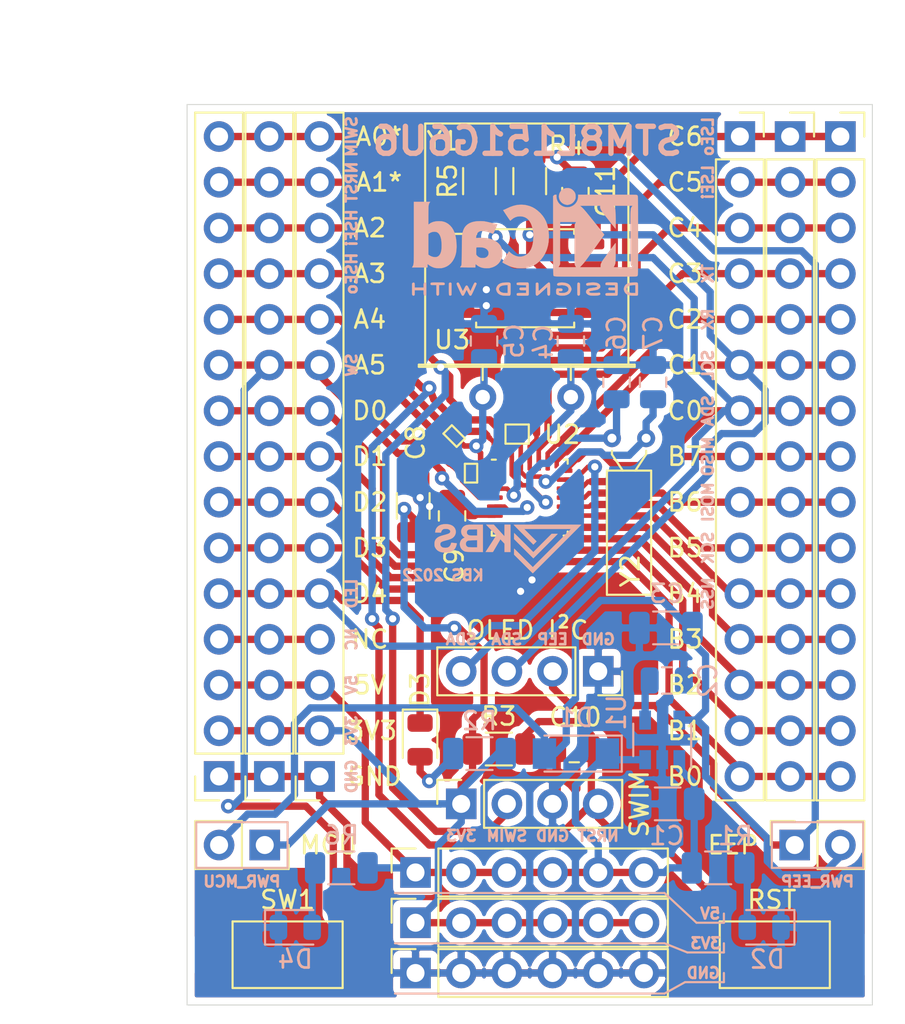
<source format=kicad_pcb>
(kicad_pcb (version 20211014) (generator pcbnew)
  (layers (0 "F.Cu" signal) (31 "B.Cu" signal) (34 "B.Paste" user) (35 "F.Paste" user) (36 "B.SilkS" user "B.Silkscreen") (37 "F.SilkS" user "F.Silkscreen") (38 "B.Mask" user) (39 "F.Mask" user) (44 "Edge.Cuts" user))
  (net 0 "")
  (net 1 "+5V")
  (net 2 "Net-(C2-Pad1)")
  (net 3 "Net-(C3-Pad1)")
  (net 4 "+3V3")
  (net 5 "/NRST")
  (net 6 "GND")
  (net 7 "/SWIM")
  (net 8 "/LSE_O")
  (net 9 "/LSE_I")
  (net 10 "/EEP")
  (net 11 "Net-(D2-Pad2)")
  (net 12 "Net-(D3-Pad2)")
  (net 13 "/A4")
  (net 14 "/B0")
  (net 15 "/B1")
  (net 16 "/B2")
  (net 17 "/B3")
  (net 18 "/B4")
  (net 19 "/B5")
  (net 20 "/B6")
  (net 21 "/B7")
  (net 22 "/SDA")
  (net 23 "/SCL")
  (net 24 "/RX")
  (net 25 "/TX")
  (net 26 "/C4")
  (net 27 "/A5")
  (net 28 "/D0")
  (net 29 "/D1")
  (net 30 "/D2")
  (net 31 "/D3")
  (net 32 "/D4")
  (net 33 "/NC")
  (net 34 "Net-(D4-Pad2)")
  (net 35 "/HSE_O")
  (net 36 "/HSE_I")
  (footprint "Capacitor_SMD:C_1206_3216Metric" (layer "F.Cu") (at 32.893 40.083 90)
    (fp_text reference "C8")
    (fp_text value "10u")
  )
  (footprint "Capacitor_SMD:C_0805_2012Metric" (layer "F.Cu") (at 41.844 53.594 180)
    (fp_text reference "C10")
    (fp_text value "100n")
  )
  (footprint "LED_SMD:LED_0805_2012Metric" (layer "F.Cu") (at 33.274 53.086 -90)
    (fp_text reference "D3")
    (fp_text value "LED")
  )
  (footprint "Connector_PinSocket_2.54mm:PinSocket_1x02_P2.54mm_Vertical" (layer "F.Cu") (at 24.638 58.928 -90)
    (fp_text reference "J1" hide)
    (fp_text value "PWR_MCU")
  )
  (footprint "Connector_PinSocket_2.54mm:PinSocket_1x02_P2.54mm_Vertical" (layer "F.Cu") (at 54.102 58.928 90)
    (fp_text reference "J2" hide)
    (fp_text value "PWR_EEP")
  )
  (footprint "Connector_PinSocket_2.54mm:PinSocket_1x15_P2.54mm_Vertical" (layer "F.Cu") (at 27.686 55.118 180)
    (fp_text reference "J8" hide)
    (fp_text value "C")
  )
  (footprint "Connector_PinSocket_2.54mm:PinSocket_1x15_P2.54mm_Vertical" (layer "F.Cu") (at 24.892 55.118 180)
    (fp_text reference "J9" hide)
    (fp_text value "C")
  )
  (footprint "Connector_PinSocket_2.54mm:PinSocket_1x15_P2.54mm_Vertical" (layer "F.Cu") (at 22.098 55.118 180)
    (fp_text reference "J10" hide)
    (fp_text value "C")
  )
  (footprint "Connector_PinSocket_2.54mm:PinSocket_1x04_P2.54mm_Vertical" (layer "F.Cu") (at 35.56 56.642 90)
    (fp_text reference "J11" hide)
    (fp_text value "SWIM")
  )
  (footprint "Connector_PinSocket_2.54mm:PinSocket_1x04_P2.54mm_Vertical" (layer "F.Cu") (at 43.18 49.276 -90)
    (fp_text reference "J12" hide)
    (fp_text value "I²C")
  )
  (footprint "Resistor_SMD:R_1206_3216Metric" (layer "F.Cu") (at 37.6535 53.594)
    (fp_text reference "R3")
    (fp_text value "opt")
  )
  (footprint "Button_Switch_SMD:SW_SPST_CK_RS282G05A3" (layer "F.Cu") (at 25.908 65.024)
    (fp_text reference "SW1")
    (fp_text value "SW")
  )
  (footprint "Button_Switch_SMD:SW_SPST_CK_RS282G05A3" (layer "F.Cu") (at 52.996 65.024 180)
    (fp_text reference "SW2" hide)
    (fp_text value "SW")
  )
  (footprint "Package_DFN_QFN:QFN-28_4x4mm_P0.5mm" (layer "F.Cu") (at 39.37 39.624)
    (fp_text reference "U2")
    (fp_text value "STM8L151G6U6")
  )
  (footprint "Package_SO:SOIC-8_5.23x5.23mm_P1.27mm" (layer "F.Cu") (at 39.116 27.432)
    (fp_text reference "U3")
    (fp_text value "24Cxx")
  )
  (footprint "Crystal:Crystal_C26-LF_D2.1mm_L6.5mm_Horizontal" (layer "F.Cu") (at 43.942 36.322)
    (fp_text reference "Y2")
    (fp_text value "Crystal")
  )
  (footprint "Connector_PinSocket_2.54mm:PinSocket_1x15_P2.54mm_Vertical" (layer "F.Cu") (at 56.642 19.558)
    (fp_text reference "J5" hide)
    (fp_text value "C")
  )
  (footprint "Connector_PinSocket_2.54mm:PinSocket_1x15_P2.54mm_Vertical" (layer "F.Cu") (at 53.848 19.558)
    (fp_text reference "J7" hide)
    (fp_text value "C")
  )
  (footprint "Connector_PinSocket_2.54mm:PinSocket_1x15_P2.54mm_Vertical" (layer "F.Cu") (at 51.054 19.558)
    (fp_text reference "J6" hide)
    (fp_text value "C")
  )
  (footprint "Connector_PinSocket_2.54mm:PinSocket_1x06_P2.54mm_Vertical" (layer "F.Cu") (at 33.02 66.04 90)
    (fp_text reference "J13" hide)
    (fp_text value "pwr")
  )
  (footprint "Connector_PinSocket_2.54mm:PinSocket_1x06_P2.54mm_Vertical" (layer "F.Cu") (at 33.02 60.452 90)
    (fp_text reference "J14" hide)
    (fp_text value "pwr")
  )
  (footprint "Connector_PinSocket_2.54mm:PinSocket_1x06_P2.54mm_Vertical" (layer "F.Cu") (at 33.02 63.246 90)
    (fp_text reference "J15" hide)
    (fp_text value "pwr")
  )
  (footprint "Resistor_SMD:R_1206_3216Metric" (layer "F.Cu") (at 39.37 22.0365 -90)
    (fp_text reference "R4")
    (fp_text value "4k7")
  )
  (footprint "Resistor_SMD:R_1206_3216Metric" (layer "F.Cu") (at 36.576 22.0365 -90)
    (fp_text reference "R5")
    (fp_text value "4k7")
  )
  (footprint "Capacitor_SMD:C_0805_2012Metric" (layer "F.Cu") (at 35.052 40.64 90)
    (fp_text reference "C9")
    (fp_text value "100n")
  )
  (footprint "Crystal:Crystal_HC49-U_Horizontal" (layer "F.Cu") (at 41.656 34.036 180)
    (fp_text reference "Y1")
    (fp_text value "Crystal")
  )
  (footprint "Capacitor_SMD:C_0805_2012Metric" (layer "F.Cu") (at 41.91 22.672 -90)
    (fp_text reference "C11")
    (fp_text value "100n")
  )
  (footprint "Capacitor_SMD:C_0805_2012Metric" (layer "B.Cu") (at 46.99 49.784)
    (fp_text reference "C2")
    (fp_text value "10n")
  )
  (footprint "Capacitor_SMD:C_1206_3216Metric" (layer "B.Cu") (at 46.941 46.863 180)
    (fp_text reference "C3")
    (fp_text value "10u")
  )
  (footprint "Capacitor_SMD:C_0805_2012Metric" (layer "B.Cu") (at 41.656 30.922 90)
    (fp_text reference "C4")
    (fp_text value "22p")
  )
  (footprint "Capacitor_SMD:C_0805_2012Metric" (layer "B.Cu") (at 36.83 30.922 90)
    (fp_text reference "C5")
    (fp_text value "22p")
  )
  (footprint "Capacitor_SMD:C_0805_2012Metric" (layer "B.Cu") (at 44.196 33.208 90)
    (fp_text reference "C6")
    (fp_text value "22p")
  )
  (footprint "Capacitor_SMD:C_0805_2012Metric" (layer "B.Cu") (at 46.228 33.208 90)
    (fp_text reference "C7")
    (fp_text value "22p")
  )
  (footprint "Diode_SMD:D_MiniMELF" (layer "B.Cu") (at 41.938 53.848 180)
    (fp_text reference "D1")
    (fp_text value "D_Schottky")
  )
  (footprint "LED_SMD:LED_0805_2012Metric" (layer "B.Cu") (at 52.4025 63.5 180)
    (fp_text reference "D2")
    (fp_text value "LED")
  )
  (footprint "Resistor_SMD:R_1206_3216Metric" (layer "B.Cu") (at 49.8455 60.198)
    (fp_text reference "R1")
    (fp_text value "4k7")
  )
  (footprint "Resistor_SMD:R_1206_3216Metric" (layer "B.Cu") (at 36.576 53.848 180)
    (fp_text reference "R2")
    (fp_text value "4k7")
  )
  (footprint "Package_TO_SOT_SMD:SOT-23-5" (layer "B.Cu") (at 46.736 53.086 90)
    (fp_text reference "U1")
    (fp_text value "LP2985-3.3")
  )
  (footprint "LED_SMD:LED_0805_2012Metric" (layer "B.Cu") (at 26.3375 63.5)
    (fp_text reference "D4")
    (fp_text value "LED")
  )
  (footprint "Resistor_SMD:R_1206_3216Metric" (layer "B.Cu") (at 28.8945 60.198 180)
    (fp_text reference "R6")
    (fp_text value "4k7")
  )
  (footprint "libs:KBS" (layer "B.Cu") (at 38.1 42.418 180)
    (fp_text reference "G***" hide)
    (fp_text value "LOGO" hide)
  )
  (footprint "Symbol:KiCad-Logo2_5mm_SilkScreen" (layer "B.Cu") (at 39.116 25.4 180)
    (fp_text reference "REF**" hide)
    (fp_text value "KiCad-Logo2_5mm_SilkScreen" hide)
  )
  (footprint "Capacitor_SMD:C_1206_3216Metric" (layer "B.Cu") (at 47.039 56.642 180)
    (fp_text reference "C1")
    (fp_text value "10u")
  )
  (gr_line (start 31.877 64.389) (end 46.863 64.389) (layer "B.SilkS") (width 0.12))
  (gr_line (start 31.877 67.183) (end 46.863 67.183) (layer "B.SilkS") (width 0.12))
  (gr_line (start 57.912 57.658) (end 57.912 60.198) (layer "B.SilkS") (width 0.12))
  (gr_line (start 57.912 60.198) (end 52.832 60.198) (layer "B.SilkS") (width 0.12))
  (gr_line (start 52.832 57.658) (end 57.912 57.658) (layer "B.SilkS") (width 0.12))
  (gr_line (start 52.832 60.198) (end 52.832 57.658) (layer "B.SilkS") (width 0.12))
  (gr_line (start 50.165 64.897) (end 48.133 64.897) (layer "B.SilkS") (width 0.12))
  (gr_line (start 48.006 66.548) (end 46.863 67.183) (layer "B.SilkS") (width 0.12))
  (gr_line (start 50.165 63.246) (end 48.641 63.246) (layer "B.SilkS") (width 0.12))
  (gr_line (start 50.165 66.548) (end 48.006 66.548) (layer "B.SilkS") (width 0.12))
  (gr_line (start 50.165 63.246) (end 50.165 62.738) (layer "B.SilkS") (width 0.12))
  (gr_line (start 20.828 60.198) (end 20.828 57.658) (layer "B.SilkS") (width 0.12))
  (gr_line (start 48.641 63.246) (end 46.863 61.595) (layer "B.SilkS") (width 0.12))
  (gr_line (start 50.165 66.548) (end 50.165 66.04) (layer "B.SilkS") (width 0.12))
  (gr_line (start 48.133 64.897) (end 46.863 64.389) (layer "B.SilkS") (width 0.12))
  (gr_line (start 25.908 57.658) (end 25.908 60.198) (layer "B.SilkS") (width 0.12))
  (gr_line (start 25.908 60.198) (end 20.828 60.198) (layer "B.SilkS") (width 0.12))
  (gr_line (start 31.877 61.595) (end 46.863 61.595) (layer "B.SilkS") (width 0.12))
  (gr_line (start 50.165 64.897) (end 50.165 64.389) (layer "B.SilkS") (width 0.12))
  (gr_line (start 20.828 57.658) (end 25.908 57.658) (layer "B.SilkS") (width 0.12))
  (gr_line (start 34.5694 36.068) (end 35.306 36.8046) (layer "F.SilkS") (width 0.12))
  (gr_line (start 39.3192 35.56) (end 39.3192 36.6268) (layer "F.SilkS") (width 0.12))
  (gr_line (start 35.7632 37.7444) (end 36.449 37.7444) (layer "F.SilkS") (width 0.12))
  (gr_line (start 39.3192 35.56) (end 38.0238 35.56) (layer "F.SilkS") (width 0.12))
  (gr_line (start 35.7632 37.7444) (end 35.7632 38.7858) (layer "F.SilkS") (width 0.12))
  (gr_line (start 38.0238 35.56) (end 38.0238 36.6268) (layer "F.SilkS") (width 0.12))
  (gr_line (start 38.0238 36.6268) (end 39.3192 36.6268) (layer "F.SilkS") (width 0.12))
  (gr_line (start 34.5694 36.068) (end 35.0266 35.6108) (layer "F.SilkS") (width 0.12))
  (gr_line (start 35.0393 35.5981) (end 35.7759 36.3347) (layer "F.SilkS") (width 0.12))
  (gr_line (start 35.7632 38.7858) (end 36.449 38.7858) (layer "F.SilkS") (width 0.12))
  (gr_line (start 36.449 37.7444) (end 36.449 38.7858) (layer "F.SilkS") (width 0.12))
  (gr_line (start 35.306 36.8046) (end 35.7632 36.3474) (layer "F.SilkS") (width 0.12))
  (gr_line (start 58.42 17.78) (end 20.32 17.78) (layer "Edge.Cuts") (width 0.05))
  (gr_line (start 20.32 17.78) (end 20.32 67.818) (layer "Edge.Cuts") (width 0.05))
  (gr_line (start 20.32 67.818) (end 58.42 67.818) (layer "Edge.Cuts") (width 0.05))
  (gr_line (start 58.42 67.818) (end 58.42 17.78) (layer "Edge.Cuts") (width 0.05))
  (gr_text "SDA" (at 35.56 47.498) (layer "B.SilkS") (effects (font (size 0.6 0.6)) (justify mirror)))
  (gr_text "SDA" (at 38.1 47.498) (layer "B.SilkS") (effects (font (size 0.6 0.6)) (justify mirror)))
  (gr_text "EEP" (at 40.64 47.498) (layer "B.SilkS") (effects (font (size 0.6 0.6)) (justify mirror)))
  (gr_text "GND" (at 43.18 47.498) (layer "B.SilkS") (effects (font (size 0.6 0.6)) (justify mirror)))
  (gr_text "5V" (at 29.464 50.038 90) (layer "B.SilkS") (effects (font (size 0.6 0.6)) (justify mirror)))
  (gr_text "3V3" (at 29.464 52.578 90) (layer "B.SilkS") (effects (font (size 0.6 0.6)) (justify mirror)))
  (gr_text "GND" (at 29.464 55.118 90) (layer "B.SilkS") (effects (font (size 0.6 0.6)) (justify mirror)))
  (gr_text "SW" (at 29.464 32.258 90) (layer "B.SilkS") (effects (font (size 0.6 0.6)) (justify mirror)))
  (gr_text "GND" (at 49.022 66.04) (layer "B.SilkS") (effects (font (size 0.6 0.6)) (justify mirror)))
  (gr_text "3V3" (at 49.149 64.389) (layer "B.SilkS") (effects (font (size 0.6 0.6)) (justify mirror)))
  (gr_text "5V" (at 49.403 62.738) (layer "B.SilkS") (effects (font (size 0.6 0.6)) (justify mirror)))
  (gr_text "SWIM" (at 38.1 58.42) (layer "B.SilkS") (effects (font (size 0.6 0.6)) (justify mirror)))
  (gr_text "GND" (at 40.64 58.42) (layer "B.SilkS") (effects (font (size 0.6 0.6)) (justify mirror)))
  (gr_text "3V3" (at 35.56 58.42) (layer "B.SilkS") (effects (font (size 0.6 0.6)) (justify mirror)))
  (gr_text "NRST" (at 43.18 58.42) (layer "B.SilkS") (effects (font (size 0.6 0.6)) (justify mirror)))
  (gr_text "LSEi" (at 49.276 22.098 90) (layer "B.SilkS") (effects (font (size 0.6 0.6)) (justify mirror)))
  (gr_text "LSEo" (at 49.276 19.558 90) (layer "B.SilkS") (effects (font (size 0.6 0.6)) (justify mirror)))
  (gr_text "RX" (at 49.276 29.718 90) (layer "B.SilkS") (effects (font (size 0.6 0.6)) (justify mirror)))
  (gr_text "TX" (at 49.276 27.178 90) (layer "B.SilkS") (effects (font (size 0.6 0.6)) (justify mirror)))
  (gr_text "SCL" (at 49.276 32.258 90) (layer "B.SilkS") (effects (font (size 0.6 0.6)) (justify mirror)))
  (gr_text "SDA" (at 49.276 34.798 90) (layer "B.SilkS") (effects (font (size 0.6 0.6)) (justify mirror)))
  (gr_text "PWR_EEP" (at 55.372 60.96) (layer "B.SilkS") (effects (font (size 0.6 0.6)) (justify mirror)))
  (gr_text "PWR_MCU" (at 23.368 60.96) (layer "B.SilkS") (effects (font (size 0.6 0.6)) (justify mirror)))
  (gr_text "NSS" (at 49.276 44.958 90) (layer "B.SilkS") (effects (font (size 0.6 0.6)) (justify mirror)))
  (gr_text "SCK" (at 49.276 42.418 90) (layer "B.SilkS") (effects (font (size 0.6 0.6)) (justify mirror)))
  (gr_text "MOSI" (at 49.276 39.878 90) (layer "B.SilkS") (effects (font (size 0.6 0.6)) (justify mirror)))
  (gr_text "MISO" (at 49.276 37.338 90) (layer "B.SilkS") (effects (font (size 0.6 0.6)) (justify mirror)))
  (gr_text "KBS 2022" (at 34.544 43.942) (layer "B.SilkS") (effects (font (size 0.6 0.6)) (justify mirror)))
  (gr_text "SWIM" (at 29.464 19.558 90) (layer "B.SilkS") (effects (font (size 0.6 0.6)) (justify mirror)))
  (gr_text "NRST" (at 29.464 22.098 90) (layer "B.SilkS") (effects (font (size 0.6 0.6)) (justify mirror)))
  (gr_text "HSEi" (at 29.464 24.638 90) (layer "B.SilkS") (effects (font (size 0.6 0.6)) (justify mirror)))
  (gr_text "HSEo" (at 29.464 27.178 90) (layer "B.SilkS") (effects (font (size 0.6 0.6)) (justify mirror)))
  (gr_text "LED" (at 29.464 44.958 90) (layer "B.SilkS") (effects (font (size 0.6 0.6)) (justify mirror)))
  (gr_text "NC" (at 29.464 47.498 90) (layer "B.SilkS") (effects (font (size 0.6 0.6)) (justify mirror)))
  (gr_text "STM8L151G6U6" (at 39.243 19.812) (layer "B.SilkS") (effects (font (size 1.5 1.5) (thickness 0.3)) (justify mirror)))
  (gr_text "C5" (at 48.006 22.098) (layer "F.SilkS") (effects (font (size 1 1))))
  (gr_text "C6" (at 48.006 19.558) (layer "F.SilkS") (effects (font (size 1 1))))
  (gr_text "C4" (at 48.006 24.638) (layer "F.SilkS") (effects (font (size 1 1))))
  (gr_text "C3" (at 48.006 27.178) (layer "F.SilkS") (effects (font (size 1 1))))
  (gr_text "C2" (at 48.006 29.718) (layer "F.SilkS") (effects (font (size 1 1))))
  (gr_text "C1" (at 48.006 32.258) (layer "F.SilkS") (effects (font (size 1 1))))
  (gr_text "C0" (at 48.006 34.798) (layer "F.SilkS") (effects (font (size 1 1))))
  (gr_text "B7" (at 48.006 37.338) (layer "F.SilkS") (effects (font (size 1 1))))
  (gr_text "B6" (at 48.006 39.878) (layer "F.SilkS") (effects (font (size 1 1))))
  (gr_text "B5" (at 48.006 42.418) (layer "F.SilkS") (effects (font (size 1 1))))
  (gr_text "B4" (at 48.006 44.958) (layer "F.SilkS") (effects (font (size 1 1))))
  (gr_text "B3" (at 48.006 47.498) (layer "F.SilkS") (effects (font (size 1 1))))
  (gr_text "B2" (at 48.006 50.038) (layer "F.SilkS") (effects (font (size 1 1))))
  (gr_text "B1" (at 48.006 52.578) (layer "F.SilkS") (effects (font (size 1 1))))
  (gr_text "B0" (at 48.006 55.118) (layer "F.SilkS") (effects (font (size 1 1))))
  (gr_text "EEP" (at 50.673 58.928) (layer "F.SilkS") (effects (font (size 1 1))))
  (gr_text "MCU" (at 28.194 58.928) (layer "F.SilkS") (effects (font (size 1 1))))
  (gr_text "3V3" (at 30.607 52.578) (layer "F.SilkS") (effects (font (size 1 1))))
  (gr_text "SWIM" (at 45.466 56.642 90) (layer "F.SilkS") (effects (font (size 1 1))))
  (gr_text "A1*" (at 30.988 22.098) (layer "F.SilkS") (effects (font (size 1 1))))
  (gr_text "A2" (at 30.48 24.638) (layer "F.SilkS") (effects (font (size 1 1))))
  (gr_text "A3" (at 30.48 27.178) (layer "F.SilkS") (effects (font (size 1 1))))
  (gr_text "A4" (at 30.48 29.718) (layer "F.SilkS") (effects (font (size 1 1))))
  (gr_text "A5" (at 30.48 32.258) (layer "F.SilkS") (effects (font (size 1 1))))
  (gr_text "D0" (at 30.48 34.798) (layer "F.SilkS") (effects (font (size 1 1))))
  (gr_text "D1" (at 30.48 37.338) (layer "F.SilkS") (effects (font (size 1 1))))
  (gr_text "D2" (at 30.48 39.878) (layer "F.SilkS") (effects (font (size 1 1))))
  (gr_text "D3" (at 30.48 42.418) (layer "F.SilkS") (effects (font (size 1 1))))
  (gr_text "D4" (at 30.48 44.958) (layer "F.SilkS") (effects (font (size 1 1))))
  (gr_text "NC" (at 30.48 47.498) (layer "F.SilkS") (effects (font (size 1 1))))
  (gr_text "GND" (at 30.734 55.118) (layer "F.SilkS") (effects (font (size 1 1))))
  (gr_text "5V" (at 30.48 50.038) (layer "F.SilkS") (effects (font (size 1 1))))
  (gr_text "A0*" (at 30.988 19.558) (layer "F.SilkS") (effects (font (size 1 1))))
  (gr_text "RST" (at 52.832 61.976) (layer "F.SilkS") (effects (font (size 1 1))))
  (gr_text "OLED I²C" (at 39.243 46.99) (layer "F.SilkS") (effects (font (size 1 1))))
  (segment (start 27.686 50.038) (end 27.94 50.038) (width 0.4064) (layer "F.Cu") (net 1))
  (segment (start 35.56 60.452) (end 38.1 60.452) (width 0.4064) (layer "F.Cu") (net 1))
  (segment (start 30.226 57.658) (end 31.369 58.801) (width 0.4064) (layer "F.Cu") (net 1))
  (segment (start 30.226 52.324) (end 30.226 57.658) (width 0.4064) (layer "F.Cu") (net 1))
  (segment (start 42.672 60.452) (end 43.18 60.452) (width 0.4064) (layer "F.Cu") (net 1))
  (segment (start 38.1 60.452) (end 40.64 60.452) (width 0.4064) (layer "F.Cu") (net 1))
  (segment (start 31.369 58.801) (end 33.02 60.452) (width 0.4064) (layer "F.Cu") (net 1))
  (segment (start 40.64 60.452) (end 42.672 60.452) (width 0.4064) (layer "F.Cu") (net 1))
  (segment (start 43.18 60.452) (end 45.72 60.452) (width 0.4064) (layer "F.Cu") (net 1))
  (segment (start 27.94 50.038) (end 30.226 52.324) (width 0.4064) (layer "F.Cu") (net 1))
  (segment (start 33.02 60.452) (end 35.56 60.452) (width 0.4064) (layer "F.Cu") (net 1))
  (segment (start 24.892 50.038) (end 27.686 50.038) (width 0.4064) (layer "F.Cu") (net 1))
  (segment (start 24.892 50.038) (end 22.098 50.038) (width 0.4064) (layer "F.Cu") (net 1))
  (segment (start 48.514 56.642) (end 48.514 60.067) (width 0.4064) (layer "B.Cu") (net 1))
  (segment (start 41.91 55.626) (end 41.91 57.658) (width 0.4064) (layer "B.Cu") (net 1))
  (segment (start 41.91 57.658) (end 43.18 58.928) (width 0.4064) (layer "B.Cu") (net 1))
  (segment (start 47.686 54.671) (end 48.514 55.499) (width 0.4064) (layer "B.Cu") (net 1))
  (segment (start 43.18 58.928) (end 43.18 60.452) (width 0.4064) (layer "B.Cu") (net 1))
  (segment (start 48.514 55.499) (end 48.514 56.642) (width 0.4064) (layer "B.Cu") (net 1))
  (segment (start 46.863 60.452) (end 45.72 60.452) (width 0.4064) (layer "B.Cu") (net 1))
  (segment (start 45.786 54.186) (end 44.026 54.186) (width 0.4064) (layer "B.Cu") (net 1))
  (segment (start 47.686 54.186) (end 47.686 54.671) (width 0.4064) (layer "B.Cu") (net 1))
  (segment (start 44.026 54.186) (end 43.688 53.848) (width 0.4064) (layer "B.Cu") (net 1))
  (segment (start 30.357 60.198) (end 32.766 60.198) (width 0.4064) (layer "B.Cu") (net 1))
  (segment (start 48.383 60.198) (end 47.117 60.198) (width 0.4064) (layer "B.Cu") (net 1))
  (segment (start 48.514 60.067) (end 48.383 60.198) (width 0.4064) (layer "B.Cu") (net 1))
  (segment (start 47.117 60.198) (end 46.863 60.452) (width 0.4064) (layer "B.Cu") (net 1))
  (segment (start 43.688 53.848) (end 41.91 55.626) (width 0.4064) (layer "B.Cu") (net 1))
  (segment (start 32.766 60.198) (end 33.02 60.452) (width 0.4064) (layer "B.Cu") (net 1))
  (segment (start 45.786 51.986) (end 45.786 50.038) (width 0.4064) (layer "B.Cu") (net 2))
  (segment (start 45.786 50.038) (end 46.04 49.784) (width 0.4064) (layer "B.Cu") (net 2))
  (segment (start 43.307 45.339) (end 46.736 45.339) (width 0.4064) (layer "B.Cu") (net 3))
  (segment (start 40.188 52.888) (end 40.188 53.848) (width 0.4064) (layer "B.Cu") (net 3))
  (segment (start 48.598 51.986) (end 47.686 51.986) (width 0.4064) (layer "B.Cu") (net 3))
  (segment (start 52.578 59.817) (end 53.34 60.579) (width 0.4064) (layer "B.Cu") (net 3))
  (segment (start 48.26 46.863) (end 48.416 46.863) (width 0.4064) (layer "B.Cu") (net 3))
  (segment (start 26.289 56.134) (end 26.289 52.197) (width 0.4064) (layer "B.Cu") (net 3))
  (segment (start 41.402 51.308) (end 41.91 50.8) (width 0.4064) (layer "B.Cu") (net 3))
  (segment (start 22.098 58.801) (end 23.6855 57.2135) (width 0.4064) (layer "B.Cu") (net 3))
  (segment (start 46.736 45.339) (end 48.26 46.863) (width 0.4064) (layer "B.Cu") (net 3))
  (segment (start 48.416 46.863) (end 48.416 47.654) (width 0.4064) (layer "B.Cu") (net 3))
  (segment (start 25.2095 57.2135) (end 26.289 56.134) (width 0.4064) (layer "B.Cu") (net 3))
  (segment (start 49.149 48.387) (end 49.149 51.435) (width 0.4064) (layer "B.Cu") (net 3))
  (segment (start 48.416 47.654) (end 49.149 48.387) (width 0.4064) (layer "B.Cu") (net 3))
  (segment (start 27.178 51.308) (end 38.608 51.308) (width 0.4064) (layer "B.Cu") (net 3))
  (segment (start 41.91 50.8) (end 41.91 46.736) (width 0.4064) (layer "B.Cu") (net 3))
  (segment (start 52.578 58.547) (end 52.578 59.817) (width 0.4064) (layer "B.Cu") (net 3))
  (segment (start 53.34 60.579) (end 55.626 60.579) (width 0.4064) (layer "B.Cu") (net 3))
  (segment (start 48.598 51.986) (end 48.684 51.986) (width 0.4064) (layer "B.Cu") (net 3))
  (segment (start 26.289 52.197) (end 27.178 51.308) (width 0.4064) (layer "B.Cu") (net 3))
  (segment (start 23.6855 57.2135) (end 25.2095 57.2135) (width 0.4064) (layer "B.Cu") (net 3))
  (segment (start 22.098 58.928) (end 22.098 58.801) (width 0.4064) (layer "B.Cu") (net 3))
  (segment (start 38.608 51.308) (end 40.188 52.888) (width 0.4064) (layer "B.Cu") (net 3))
  (segment (start 48.684 51.986) (end 49.149 52.451) (width 0.4064) (layer "B.Cu") (net 3))
  (segment (start 49.149 52.451) (end 49.149 55.118) (width 0.4064) (layer "B.Cu") (net 3))
  (segment (start 55.626 60.579) (end 56.642 59.563) (width 0.4064) (layer "B.Cu") (net 3))
  (segment (start 56.642 59.563) (end 56.642 58.928) (width 0.4064) (layer "B.Cu") (net 3))
  (segment (start 41.91 46.736) (end 43.307 45.339) (width 0.4064) (layer "B.Cu") (net 3))
  (segment (start 41.402 53.213) (end 41.402 51.308) (width 0.4064) (layer "B.Cu") (net 3))
  (segment (start 49.149 51.435) (end 48.598 51.986) (width 0.4064) (layer "B.Cu") (net 3))
  (segment (start 49.149 55.118) (end 52.578 58.547) (width 0.4064) (layer "B.Cu") (net 3))
  (segment (start 40.188 53.848) (end 40.767 53.848) (width 0.4064) (layer "B.Cu") (net 3))
  (segment (start 40.767 53.848) (end 41.402 53.213) (width 0.4064) (layer "B.Cu") (net 3))
  (segment (start 45.72 63.246) (end 43.18 63.246) (width 0.4064) (layer "F.Cu") (net 4))
  (segment (start 27.686 52.578) (end 24.892 52.578) (width 0.4064) (layer "F.Cu") (net 4))
  (segment (start 36.191 54.868) (end 36.191 53.594) (width 0.4064) (layer "F.Cu") (net 4))
  (segment (start 38.1 63.246) (end 35.56 63.246) (width 0.4064) (layer "F.Cu") (net 4))
  (segment (start 35.433 46.863) (end 36.83 48.26) (width 0.4064) (layer "F.Cu") (net 4))
  (segment (start 35.02 41.558) (end 35.052 41.59) (width 0.4064) (layer "F.Cu") (net 4))
  (segment (start 32.893 40.767) (end 32.893 41.558) (width 0.4064) (layer "F.Cu") (net 4))
  (segment (start 35.56 56.642) (end 35.56 55.499) (width 0.4064) (layer "F.Cu") (net 4))
  (segment (start 22.098 52.578) (end 24.892 52.578) (width 0.4064) (layer "F.Cu") (net 4))
  (segment (start 36.191 51.947) (end 36.191 53.594) (width 0.4064) (layer "F.Cu") (net 4))
  (segment (start 36.83 48.26) (end 36.83 51.308) (width 0.4064) (layer "F.Cu") (net 4))
  (segment (start 43.18 63.246) (end 40.64 63.246) (width 0.4064) (layer "F.Cu") (net 4))
  (segment (start 36.727 41.124) (end 36.261 41.59) (width 0.254) (layer "F.Cu") (net 4))
  (segment (start 32.385 40.259) (end 32.893 40.767) (width 0.4064) (layer "F.Cu") (net 4))
  (segment (start 40.64 63.246) (end 38.1 63.246) (width 0.4064) (layer "F.Cu") (net 4))
  (segment (start 35.179 46.863) (end 35.433 46.863) (width 0.4064) (layer "F.Cu") (net 4))
  (segment (start 35.56 55.499) (end 36.191 54.868) (width 0.4064) (layer "F.Cu") (net 4))
  (segment (start 36.83 51.308) (end 36.191 51.947) (width 0.4064) (layer "F.Cu") (net 4))
  (segment (start 37.3725 41.124) (end 36.727 41.124) (width 0.254) (layer "F.Cu") (net 4))
  (segment (start 32.893 41.558) (end 35.02 41.558) (width 0.4064) (layer "F.Cu") (net 4))
  (segment (start 35.56 63.246) (end 33.02 63.246) (width 0.4064) (layer "F.Cu") (net 4))
  (segment (start 36.261 41.59) (end 35.052 41.59) (width 0.254) (layer "F.Cu") (net 4))
  (via (at 35.179 46.863) (size 0.8) (drill 0.4) (layers "F.Cu" "B.Cu") (net 4))
  (via (at 32.385 40.259) (size 0.8) (drill 0.4) (layers "F.Cu" "B.Cu") (net 4))
  (segment (start 38.0385 53.848) (end 37.592 53.848) (width 0.4064) (layer "B.Cu") (net 4))
  (segment (start 30.353 56.642) (end 34.417 56.642) (width 0.4064) (layer "B.Cu") (net 4))
  (segment (start 34.29 58.928) (end 34.29 61.976) (width 0.4064) (layer "B.Cu") (net 4))
  (segment (start 24.638 58.928) (end 25.908 58.928) (width 0.4064) (layer "B.Cu") (net 4))
  (segment (start 33.528 46.863) (end 32.385 45.72) (width 0.4064) (layer "B.Cu") (net 4))
  (segment (start 35.56 55.88) (end 35.56 56.642) (width 0.4064) (layer "B.Cu") (net 4))
  (segment (start 35.56 56.642) (end 35.56 57.658) (width 0.4064) (layer "B.Cu") (net 4))
  (segment (start 32.385 45.72) (end 32.385 44.196) (width 0.4064) (layer "B.Cu") (net 4))
  (segment (start 28.194 56.642) (end 30.353 56.642) (width 0.4064) (layer "B.Cu") (net 4))
  (segment (start 37.592 53.848) (end 35.56 55.88) (width 0.4064) (layer "B.Cu") (net 4))
  (segment (start 29.083 52.578) (end 27.686 52.578) (width 0.4064) (layer "B.Cu") (net 4))
  (segment (start 32.385 44.196) (end 32.385 40.259) (width 0.4064) (layer "B.Cu") (net 4))
  (segment (start 34.417 56.642) (end 33.147 56.642) (width 0.4064) (layer "B.Cu") (net 4))
  (segment (start 34.29 61.976) (end 33.02 63.246) (width 0.4064) (layer "B.Cu") (net 4))
  (segment (start 35.56 57.658) (end 34.29 58.928) (width 0.4064) (layer "B.Cu") (net 4))
  (segment (start 25.908 58.928) (end 28.194 56.642) (width 0.4064) (layer "B.Cu") (net 4))
  (segment (start 35.179 46.863) (end 33.528 46.863) (width 0.4064) (layer "B.Cu") (net 4))
  (segment (start 35.56 56.642) (end 34.417 56.642) (width 0.4064) (layer "B.Cu") (net 4))
  (segment (start 33.147 56.642) (end 29.083 52.578) (width 0.4064) (layer "B.Cu") (net 4))
  (segment (start 33.782 58.928) (end 40.513 58.928) (width 0.4064) (layer "F.Cu") (net 5))
  (segment (start 37.3725 36.986) (end 37.3725 37.24) (width 0.254) (layer "F.Cu") (net 5))
  (segment (start 49.096 65.024) (end 49.096 61.288) (width 0.4064) (layer "F.Cu") (net 5))
  (segment (start 39.878 52.07) (end 42.037 52.07) (width 0.4064) (layer "F.Cu") (net 5))
  (segment (start 36.7665 35.941) (end 36.98875 36.16325) (width 0.4064) (layer "F.Cu") (net 5))
  (segment (start 33.401 33.528) (end 31.75 31.877) (width 0.4064) (layer "F.Cu") (net 5))
  (segment (start 29.083 22.098) (end 27.686 22.098) (width 0.4064) (layer "F.Cu") (net 5))
  (segment (start 24.892 22.098) (end 22.098 22.098) (width 0.4064) (layer "F.Cu") (net 5))
  (segment (start 37.3725 37.24) (end 37.3725 38.124) (width 0.254) (layer "F.Cu") (net 5))
  (segment (start 30.607 46.355) (end 30.607 46.482) (width 0.4064) (layer "F.Cu") (net 5))
  (segment (start 30.988 56.134) (end 33.782 58.928) (width 0.4064) (layer "F.Cu") (net 5))
  (segment (start 31.75 31.877) (end 31.75 24.765) (width 0.4064) (layer "F.Cu") (net 5))
  (segment (start 46.482 58.674) (end 44.45 58.674) (width 0.4064) (layer "F.Cu") (net 5))
  (segment (start 33.782 33.528) (end 33.401 33.528) (width 0.4064) (layer "F.Cu") (net 5))
  (segment (start 27.686 22.098) (end 24.892 22.098) (width 0.4064) (layer "F.Cu") (net 5))
  (segment (start 39.116 53.594) (end 39.116 52.832) (width 0.4064) (layer "F.Cu") (net 5))
  (segment (start 42.794 53.594) (end 42.794 56.256) (width 0.4064) (layer "F.Cu") (net 5))
  (segment (start 42.799 56.642) (end 43.18 56.642) (width 0.4064) (layer "F.Cu") (net 5))
  (segment (start 37.3725 37.24) (end 37.3725 36.547) (width 0.254) (layer "F.Cu") (net 5))
  (segment (start 49.096 61.288) (end 46.482 58.674) (width 0.4064) (layer "F.Cu") (net 5))
  (segment (start 37.3725 36.547) (end 37.1475 36.322) (width 0.254) (layer "F.Cu") (net 5))
  (segment (start 30.607 46.482) (end 30.988 46.863) (width 0.4064) (layer "F.Cu") (net 5))
  (segment (start 30.988 46.863) (end 30.988 56.134) (width 0.4064) (layer "F.Cu") (net 5))
  (segment (start 40.513 58.928) (end 42.799 56.642) (width 0.4064) (layer "F.Cu") (net 5))
  (segment (start 44.45 58.674) (end 43.18 57.404) (width 0.4064) (layer "F.Cu") (net 5))
  (segment (start 39.116 52.832) (end 39.878 52.07) (width 0.4064) (layer "F.Cu") (net 5))
  (segment (start 37.1475 36.322) (end 36.98875 36.16325) (width 0.3048) (layer "F.Cu") (net 5))
  (segment (start 42.794 52.827) (end 42.794 53.594) (width 0.4064) (layer "F.Cu") (net 5))
  (segment (start 42.037 52.07) (end 42.794 52.827) (width 0.4064) (layer "F.Cu") (net 5))
  (segment (start 33.782 33.528) (end 34.036 34.163) (width 0.4064) (layer "F.Cu") (net 5))
  (segment (start 34.036 34.163) (end 35.814 35.941) (width 0.4064) (layer "F.Cu") (net 5))
  (segment (start 35.814 35.941) (end 36.7665 35.941) (width 0.4064) (layer "F.Cu") (net 5))
  (segment (start 31.75 24.765) (end 29.083 22.098) (width 0.4064) (layer "F.Cu") (net 5))
  (segment (start 42.794 56.256) (end 43.18 56.642) (width 0.4064) (layer "F.Cu") (net 5))
  (segment (start 43.18 57.404) (end 43.18 56.642) (width 0.4064) (layer "F.Cu") (net 5))
  (via (at 33.782 33.528) (size 0.8) (drill 0.4) (layers "F.Cu" "B.Cu") (net 5))
  (via (at 30.607 46.355) (size 0.8) (drill 0.4) (layers "F.Cu" "B.Cu") (net 5))
  (segment (start 30.607 36.83) (end 30.607 39.878) (width 0.4064) (layer "B.Cu") (net 5))
  (segment (start 33.782 33.655) (end 30.607 36.83) (width 0.4064) (layer "B.Cu") (net 5))
  (segment (start 33.782 33.528) (end 33.782 33.655) (width 0.4064) (layer "B.Cu") (net 5))
  (segment (start 30.607 39.878) (end 30.607 46.355) (width 0.4064) (layer "B.Cu") (net 5))
  (segment (start 29.21 57.785) (end 29.21 59.69) (width 0.4064) (layer "F.Cu") (net 6))
  (segment (start 37.4325 40.624) (end 36.306 40.624) (width 0.254) (layer "F.Cu") (net 6))
  (segment (start 33.313076 39.624) (end 33.801538 40.112462) (width 0.8128) (layer "F.Cu") (net 6))
  (segment (start 33.02 66.04) (end 35.56 66.04) (width 0.4064) (layer "F.Cu") (net 6))
  (segment (start 33.801538 40.112462) (end 32.893 39.330924) (width 0.4064) (layer "F.Cu") (net 6))
  (segment (start 35.516 29.337) (end 35.516 28.067) (width 0.4064) (layer "F.Cu") (net 6))
  (segment (start 40.767 23.368) (end 40.767 22.352) (width 0.4064) (layer "F.Cu") (net 6))
  (segment (start 35.052 39.69) (end 34.224 39.69) (width 0.4064) (layer "F.Cu") (net 6))
  (segment (start 41.783 26.797) (end 42.716 26.797) (width 0.4064) (layer "F.Cu") (net 6))
  (segment (start 35.516 28.067) (end 35.516 26.797) (width 0.4064) (layer "F.Cu") (net 6))
  (segment (start 33.274 39.624) (end 33.313076 39.624) (width 0.8128) (layer "F.Cu") (net 6))
  (segment (start 35.687 22.225) (end 34.9885 22.9235) (width 0.4064) (layer "F.Cu") (net 6))
  (segment (start 35.986 40.624) (end 35.052 39.69) (width 0.4064) (layer "F.Cu") (net 6))
  (segment (start 34.9885 22.9235) (end 34.9885 24.3205) (width 0.4064) (layer "F.Cu") (net 6))
  (segment (start 40.767 22.352) (end 40.64 22.225) (width 0.4064) (layer "F.Cu") (net 6))
  (segment (start 45.72 66.04) (end 43.18 66.04) (width 0.4064) (layer "F.Cu") (net 6))
  (segment (start 30.099 60.579) (end 29.21 59.69) (width 0.4064) (layer "F.Cu") (net 6))
  (segment (start 34.224 39.69) (end 33.801538 40.112462) (width 0.4064) (layer "F.Cu") (net 6))
  (segment (start 29.21 59.69) (end 29.21 62.357) (width 0.4064) (layer "F.Cu") (net 6))
  (segment (start 33.02 65.024) (end 33.02 66.04) (width 0.4064) (layer "F.Cu") (net 6))
  (segment (start 27.686 56.261) (end 29.21 57.785) (width 0.4064) (layer "F.Cu") (net 6))
  (segment (start 33.274 39.624) (end 33.655 40.005) (width 0.4064) (layer "F.Cu") (net 6))
  (segment (start 40.767 24.511) (end 40.767 23.368) (width 0.4064) (layer "F.Cu") (net 6))
  (segment (start 27.686 55.118) (end 27.686 56.261) (width 0.4064) (layer "F.Cu") (net 6))
  (segment (start 24.892 55.118) (end 27.686 55.118) (width 0.4064) (layer "F.Cu") (net 6))
  (segment (start 40.64 66.04) (end 43.18 66.04) (width 0.4064) (layer "F.Cu") (net 6))
  (segment (start 40.64 22.225) (end 35.687 22.225) (width 0.4064) (layer "F.Cu") (net 6))
  (segment (start 43.18 47.879) (end 43.18 49.276) (width 0.4064) (layer "F.Cu") (net 6))
  (segment (start 24.892 55.118) (end 22.098 55.118) (width 0.4064) (layer "F.Cu") (net 6))
  (segment (start 35.516 25.527) (end 35.516 26.797) (width 0.4064) (layer "F.Cu") (net 6))
  (segment (start 34.9885 24.3205) (end 35.516 24.848) (width 0.4064) (layer "F.Cu") (net 6))
  (segment (start 40.894 53.594) (end 40.894 56.388) (width 0.4064) (layer "F.Cu") (net 6))
  (segment (start 35.56 66.04) (end 38.1 66.04) (width 0.4064) (layer "F.Cu") (net 6))
  (segment (start 40.894 56.388) (end 40.64 56.642) (width 0.4064) (layer "F.Cu") (net 6))
  (segment (start 35.986 40.624) (end 36.306 40.624) (width 0.4064) (layer "F.Cu") (net 6))
  (segment (start 32.893 39.243) (end 33.274 39.624) (width 0.4064) (layer "F.Cu") (net 6))
  (segment (start 41.021 23.622) (end 40.767 23.368) (width 0.4064) (layer "F.Cu") (net 6))
  (segment (start 32.893 38.608) (end 32.893 39.243) (width 0.4064) (layer "F.Cu") (net 6))
  (segment (start 32.893 39.330924) (end 32.893 38.608) (width 0.4064) (layer "F.Cu") (net 6))
  (segment (start 22.008 65.024) (end 22.86 65.024) (width 0.4064) (layer "F.Cu") (net 6))
  (segment (start 35.516 29.337) (end 36.576 29.337) (width 0.4064) (layer "F.Cu") (net 6))
  (segment (start 39.497 44.196) (end 43.18 47.879) (width 0.4064) (layer "F.Cu") (net 6))
  (segment (start 35.516 24.848) (end 35.516 25.527) (width 0.4064) (layer "F.Cu") (net 6))
  (segment (start 41.91 23.622) (end 41.021 23.622) (width 0.4064) (layer "F.Cu") (net 6))
  (segment (start 38.1 66.04) (end 40.64 66.04) (width 0.4064) (layer "F.Cu") (net 6))
  (via (at 38.862 44.831) (size 0.8) (drill 0.4) (layers "F.Cu" "B.Cu") (net 6))
  (via (at 36.957 28.067) (size 0.8) (drill 0.4) (layers "F.Cu" "B.Cu") (net 6))
  (via (at 33.274 39.624) (size 0.8) (drill 0.4) (layers "F.Cu" "B.Cu") (net 6))
  (via (at 39.497 44.196) (size 0.8) (drill 0.4) (layers "F.Cu" "B.Cu") (net 6))
  (via (at 36.957 28.956) (size 0.8) (drill 0.4) (layers "F.Cu" "B.Cu") (net 6))
  (via (at 33.801538 40.112462) (size 0.8) (drill 0.4) (layers "F.Cu" "B.Cu") (net 6))
  (segment (start 36.83 55.753) (end 36.83 57.658) (width 0.4064) (layer "B.Cu") (net 6))
  (segment (start 39.37 55.753) (end 39.37 57.658) (width 0.4064) (layer "B.Cu") (net 6))
  (segment (start 40.64 55.88) (end 42.418 54.102) (width 0.4064) (layer "B.Cu") (net 6))
  (segment (start 33.274 39.624) (end 34.29 40.005) (width 0.4064) (layer "B.Cu") (net 6))
  (segment (start 25.4 64.77) (end 26.67 66.04) (width 0.4064) (layer "B.Cu") (net 6))
  (segment (start 42.418 54.102) (end 42.418 53.721) (width 0.4064) (layer "B.Cu") (net 6))
  (segment (start 44.196 31.242) (end 44.196 32.258) (width 0.4064) (layer "B.Cu") (net 6))
  (segment (start 40.64 66.04) (end 40.64 65.913) (width 0.4064) (layer "B.Cu") (net 6))
  (segment (start 35.814 29.972) (end 36.83 29.972) (width 0.4064) (layer "B.Cu") (net 6))
  (segment (start 42.418 53.721) (end 42.418 52.959) (width 0.4064) (layer "B.Cu") (net 6))
  (segment (start 46.7614 51.0794) (end 47.0662 50.7746) (width 0.635) (layer "B.Cu") (net 6))
  (segment (start 40.64 57.785) (end 40.64 56.642) (width 0.4064) (layer "B.Cu") (net 6))
  (segment (start 36.83 29.972) (end 41.656 29.972) (width 0.4064) (layer "B.Cu") (net 6))
  (segment (start 52.324 66.04) (end 53.34 65.024) (width 0.4064) (layer "B.Cu") (net 6))
  (segment (start 53.34 65.024) (end 53.34 63.5) (width 0.4064) (layer "B.Cu") (net 6))
  (segment (start 46.3042 53.086) (end 48.387 53.086) (width 0.635) (layer "B.Cu") (net 6))
  (segment (start 45.2374 53.086) (end 44.196 52.0446) (width 0.635) (layer "B.Cu") (net 6))
  (segment (start 46.3042 53.086) (end 45.2374 53.086) (width 0.635) (layer "B.Cu") (net 6))
  (segment (start 42.926 29.972) (end 44.196 31.242) (width 0.4064) (layer "B.Cu") (net 6))
  (segment (start 46.228 32.258) (end 44.196 32.258) (width 0.4064) (layer "B.Cu") (net 6))
  (segment (start 41.91 59.055) (end 40.64 57.785) (width 0.4064) (layer "B.Cu") (net 6))
  (segment (start 41.91 64.643) (end 41.91 59.055) (width 0.4064) (layer "B.Cu") (net 6))
  (segment (start 39.37 64.262) (end 39.37 59.055) (width 0.4064) (layer "B.Cu") (net 6))
  (segment (start 36.957 28.956) (end 36.83 29.083) (width 0.4064) (layer "B.Cu") (net 6))
  (segment (start 45.72 66.04) (end 52.324 66.04) (width 0.4064) (layer "B.Cu") (net 6))
  (segment (start 46.3042 53.086) (end 46.609 53.086) (width 0.635) (layer "B.Cu") (net 6))
  (segment (start 36.83 29.083) (end 36.83 29.972) (width 0.4064) (layer "B.Cu") (net 6))
  (segment (start 41.656 29.972) (end 42.926 29.972) (width 0.4064) (layer "B.Cu") (net 6))
  (segment (start 46.736 53.213) (end 46.609 53.086) (width 0.4064) (layer "B.Cu") (net 6))
  (segment (start 47.94 49.977) (end 47.94 49.784) (width 0.4064) (layer "B.Cu") (net 6))
  (segment (start 26.67 66.04) (end 33.02 66.04) (width 0.4064) (layer "B.Cu") (net 6))
  (segment (start 40.64 56.642) (end 40.64 55.88) (width 0.4064) (layer "B.Cu") (net 6))
  (segment (start 25.4 63.5) (end 25.4 64.77) (width 0.4064) (layer "B.Cu") (net 6))
  (segment (start 46.736 54.186) (end 46.736 53.213) (width 0.4064) (layer "B.Cu") (net 6))
  (segment (start 46.7614 52.8066) (end 46.7614 51.0794) (width 0.635) (layer "B.Cu") (net 6))
  (segment (start 34.417 32.385) (end 32.512 30.48) (width 0.4064) (layer "F.Cu") (net 7))
  (segment (start 36.068 35.306) (end 36.957 35.306) (width 0.4064) (layer "F.Cu") (net 7))
  (segment (start 36.957 35.306) (end 37.1475 35.306) (width 0.4064) (layer "F.Cu") (net 7))
  (segment (start 37.084 58.166) (end 34.163 58.166) (width 0.4064) (layer "F.Cu") (net 7))
  (segment (start 38.1 56.642) (end 38.1 57.15) (width 0.4064) (layer "F.Cu") (net 7))
  (segment (start 32.512 30.48) (end 32.512 23.114) (width 0.4064) (layer "F.Cu") (net 7))
  (segment (start 37.1475 35.306) (end 37.50945 35.66795) (width 0.4064) (layer "F.Cu") (net 7))
  (segment (start 37.87 36.0285) (end 37.6555 35.814) (width 0.254) (layer "F.Cu") (net 7))
  (segment (start 31.75 55.753) (end 31.75 52.959) (width 0.4064) (layer "F.Cu") (net 7))
  (segment (start 36.068 35.306) (end 34.925 34.163) (width 0.4064) (layer "F.Cu") (net 7))
  (segment (start 22.098 19.558) (end 24.892 19.558) (width 0.4064) (layer "F.Cu") (net 7))
  (segment (start 34.925 32.893) (end 34.417 32.385) (width 0.4064) (layer "F.Cu") (net 7))
  (segment (start 28.956 19.558) (end 27.686 19.558) (width 0.4064) (layer "F.Cu") (net 7))
  (segment (start 31.75 52.959) (end 31.75 46.355) (width 0.4064) (layer "F.Cu") (net 7))
  (segment (start 37.87 36.473) (end 37.87 37.6265) (width 0.254) (layer "F.Cu") (net 7))
  (segment (start 34.925 34.163) (end 34.925 32.893) (width 0.4064) (layer "F.Cu") (net 7))
  (segment (start 37.6555 35.814) (end 37.50945 35.66795) (width 0.3048) (layer "F.Cu") (net 7))
  (segment (start 37.87 36.473) (end 37.87 36.0285) (width 0.254) (layer "F.Cu") (net 7))
  (segment (start 24.892 19.558) (end 27.686 19.558) (width 0.4064) (layer "F.Cu") (net 7))
  (segment (start 34.163 58.166) (end 31.75 55.753) (width 0.4064) (layer "F.Cu") (net 7))
  (segment (start 32.512 23.114) (end 28.956 19.558) (width 0.4064) (layer "F.Cu") (net 7))
  (segment (start 38.1 57.15) (end 37.084 58.166) (width 0.4064) (layer "F.Cu") (net 7))
  (via (at 34.417 32.385) (size 0.8) (drill 0.4) (layers "F.Cu" "B.Cu") (net 7))
  (via (at 31.75 46.355) (size 0.8) (drill 0.4) (layers "F.Cu" "B.Cu") (net 7))
  (segment (start 31.75 46.228) (end 31.75 46.355) (width 0.4064) (layer "B.Cu") (net 7))
  (segment (start 34.671 32.639) (end 34.671 33.909) (width 0.4064) (layer "B.Cu") (net 7))
  (segment (start 31.369 37.211) (end 31.369 45.847) (width 0.4064) (layer "B.Cu") (net 7))
  (segment (start 34.671 33.909) (end 31.369 37.211) (width 0.4064) (layer "B.Cu") (net 7))
  (segment (start 31.369 45.847) (end 31.75 46.228) (width 0.4064) (layer "B.Cu") (net 7))
  (segment (start 34.417 32.385) (end 34.671 32.639) (width 0.4064) (layer "B.Cu") (net 7))
  (segment (start 53.848 19.558) (end 57.277 19.558) (width 0.4064) (layer "F.Cu") (net 8))
  (segment (start 38.37 38.3446) (end 38.9636 38.9382) (width 0.254) (layer "F.Cu") (net 8))
  (segment (start 38.37 36.306) (end 38.37 35.6522) (width 0.254) (layer "F.Cu") (net 8))
  (segment (start 43.18 30.607) (end 39.751 30.607) (width 0.4064) (layer "F.Cu") (net 8))
  (segment (start 44.069 21.971) (end 44.069 29.718) (width 0.4064) (layer "F.Cu") (net 8))
  (segment (start 38.37 37.6865) (end 38.37 36.306) (width 0.254) (layer "F.Cu") (net 8))
  (segment (start 39.3192 38.9382) (end 39.497 39.116) (width 0.254) (layer "F.Cu") (net 8))
  (segment (start 38.37 37.6865) (end 38.37 38.3446) (width 0.254) (layer "F.Cu") (net 8))
  (segment (start 56.642 19.558) (end 53.848 19.558) (width 0.4064) (layer "F.Cu") (net 8))
  (segment (start 39.497 39.116) (end 40.259 39.878) (width 0.254) (layer "F.Cu") (net 8))
  (segment (start 38.37 35.449) (end 38.37 35.6522) (width 0.3048) (layer "F.Cu") (net 8))
  (segment (start 44.069 29.718) (end 43.18 30.607) (width 0.4064) (layer "F.Cu") (net 8))
  (segment (start 46.482 19.558) (end 44.069 21.971) (width 0.4064) (layer "F.Cu") (net 8))
  (segment (start 51.054 19.558) (end 46.482 19.558) (width 0.4064) (layer "F.Cu") (net 8))
  (segment (start 39.751 30.607) (end 38.354 32.004) (width 0.4064) (layer "F.Cu") (net 8))
  (segment (start 51.054 19.558) (end 53.848 19.558) (width 0.4064) (layer "F.Cu") (net 8))
  (segment (start 38.9636 38.9382) (end 39.3192 38.9382) (width 0.254) (layer "F.Cu") (net 8))
  (segment (start 38.354 35.433) (end 38.37 35.449) (width 0.3048) (layer "F.Cu") (net 8))
  (segment (start 38.354 32.004) (end 38.354 35.433) (width 0.4064) (layer "F.Cu") (net 8))
  (via (at 40.259 39.878) (size 0.8) (drill 0.4) (layers "F.Cu" "B.Cu") (net 8))
  (segment (start 40.005 37.719) (end 39.37 38.354) (width 0.4064) (layer "B.Cu") (net 8))
  (segment (start 43.942 36.322) (end 41.783 36.322) (width 0.4064) (layer "B.Cu") (net 8))
  (segment (start 44.196 34.158) (end 44.196 36.068) (width 0.4064) (layer "B.Cu") (net 8))
  (segment (start 39.37 38.354) (end 39.37 39.116) (width 0.4064) (layer "B.Cu") (net 8))
  (segment (start 44.196 36.068) (end 43.942 36.322) (width 0.4064) (layer "B.Cu") (net 8))
  (segment (start 40.132 39.878) (end 40.259 39.878) (width 0.4064) (layer "B.Cu") (net 8))
  (segment (start 39.37 39.116) (end 40.132 39.878) (width 0.4064) (layer "B.Cu") (net 8))
  (segment (start 40.386 37.719) (end 40.005 37.719) (width 0.4064) (layer "B.Cu") (net 8))
  (segment (start 41.783 36.322) (end 40.386 37.719) (width 0.4064) (layer "B.Cu") (net 8))
  (segment (start 38.989 35.4584) (end 38.989 35.6362) (width 0.3048) (layer "F.Cu") (net 9))
  (segment (start 51.054 22.098) (end 53.848 22.098) (width 0.4064) (layer "F.Cu") (net 9))
  (segment (start 44.704 29.972) (end 44.704 24.003) (width 0.4064) (layer "F.Cu") (net 9))
  (segment (start 40.132 38.608) (end 40.259 38.735) (width 0.254) (layer "F.Cu") (net 9))
  (segment (start 40.0685 31.3055) (end 43.3705 31.3055) (width 0.4064) (layer "F.Cu") (net 9))
  (segment (start 38.989 35.6362) (end 38.989 36.449) (width 0.254) (layer "F.Cu") (net 9))
  (segment (start 46.609 22.098) (end 51.054 22.098) (width 0.4064) (layer "F.Cu") (net 9))
  (segment (start 38.87 38.1842) (end 39.1414 38.4556) (width 0.254) (layer "F.Cu") (net 9))
  (segment (start 39.9796 38.4556) (end 40.259 38.735) (width 0.254) (layer "F.Cu") (net 9))
  (segment (start 43.3705 31.3055) (end 44.704 29.972) (width 0.4064) (layer "F.Cu") (net 9))
  (segment (start 38.989 32.385) (end 40.0685 31.3055) (width 0.4064) (layer "F.Cu") (net 9))
  (segment (start 38.989 36.449) (end 38.87 36.568) (width 0.254) (layer "F.Cu") (net 9))
  (segment (start 39.1414 38.4556) (end 39.9796 38.4556) (width 0.254) (layer "F.Cu") (net 9))
  (segment (start 44.704 24.003) (end 46.609 22.098) (width 0.4064) (layer "F.Cu") (net 9))
  (segment (start 38.87 36.568) (end 38.87 37.6865) (width 0.254) (layer "F.Cu") (net 9))
  (segment (start 38.989 35.4584) (end 38.989 32.385) (width 0.4064) (layer "F.Cu") (net 9))
  (segment (start 56.642 22.098) (end 53.848 22.098) (width 0.4064) (layer "F.Cu") (net 9))
  (segment (start 38.87 37.6865) (end 38.87 38.1842) (width 0.254) (layer "F.Cu") (net 9))
  (via (at 40.259 38.735) (size 0.8) (drill 0.4) (layers "F.Cu" "B.Cu") (net 9))
  (segment (start 40.513 38.735) (end 42.164 37.084) (width 0.4064) (layer "B.Cu") (net 9))
  (segment (start 44.892 37.272) (end 43.495 37.272) (width 0.4064) (layer "B.Cu") (net 9))
  (segment (start 43.307 37.084) (end 42.164 37.084) (width 0.4064) (layer "B.Cu") (net 9))
  (segment (start 40.259 38.735) (end 40.513 38.735) (width 0.4064) (layer "B.Cu") (net 9))
  (segment (start 45.842 36.322) (end 44.892 37.272) (width 0.4064) (layer "B.Cu") (net 9))
  (segment (start 46.228 34.158) (end 46.228 35.052) (width 0.4064) (layer "B.Cu") (net 9))
  (segment (start 45.842 35.438) (end 46.228 35.052) (width 0.4064) (layer "B.Cu") (net 9))
  (segment (start 45.842 36.322) (end 45.842 35.438) (width 0.4064) (layer "B.Cu") (net 9))
  (segment (start 43.495 37.272) (end 43.307 37.084) (width 0.4064) (layer "B.Cu") (net 9))
  (segment (start 46.355 51.181) (end 49.5935 54.4195) (width 0.4064) (layer "F.Cu") (net 10))
  (segment (start 41.91 21.722) (end 42.3595 21.722) (width 0.4064) (layer "F.Cu") (net 10))
  (segment (start 43.1165 22.479) (end 43.1165 25.1265) (width 0.4064) (layer "F.Cu") (net 10))
  (segment (start 49.5935 54.4195) (end 49.5935 55.6895) (width 0.4064) (layer "F.Cu") (net 10))
  (segment (start 41.656 51.181) (end 46.355 51.181) (width 0.4064) (layer "F.Cu") (net 10))
  (segment (start 42.3595 21.722) (end 43.1165 22.479) (width 0.4064) (layer "F.Cu") (net 10))
  (segment (start 41.91 21.722) (end 40.8915 20.7035) (width 0.4064) (layer "F.Cu") (net 10))
  (segment (start 40.64 49.276) (end 40.64 50.165) (width 0.4064) (layer "F.Cu") (net 10))
  (segment (start 49.5935 55.6895) (end 52.832 58.928) (width 0.4064) (layer "F.Cu") (net 10))
  (segment (start 36.576 20.574) (end 39.37 20.574) (width 0.4064) (layer "F.Cu") (net 10))
  (segment (start 43.1165 25.1265) (end 42.716 25.527) (width 0.4064) (layer "F.Cu") (net 10))
  (segment (start 40.64 50.165) (end 41.656 51.181) (width 0.4064) (layer "F.Cu") (net 10))
  (segment (start 39.37 20.574) (end 40.762 20.574) (width 0.4064) (layer "F.Cu") (net 10))
  (segment (start 40.762 20.574) (end 40.8915 20.7035) (width 0.4064) (layer "F.Cu") (net 10))
  (segment (start 52.832 58.928) (end 54.102 58.928) (width 0.4064) (layer "F.Cu") (net 10))
  (via (at 40.8915 20.7035) (size 0.8) (drill 0.4) (layers "F.Cu" "B.Cu") (net 10))
  (segment (start 49.657 25.908) (end 54.483 25.908) (width 0.4064) (layer "B.Cu") (net 10))
  (segment (start 55.245 57.785) (end 54.102 58.928) (width 0.4064) (layer "B.Cu") (net 10))
  (segment (start 55.245 26.67) (end 55.245 57.785) (width 0.4064) (layer "B.Cu") (net 10))
  (segment (start 44.4525 20.7035) (end 49.657 25.908) (width 0.4064) (layer "B.Cu") (net 10))
  (segment (start 40.8915 20.7035) (end 44.4525 20.7035) (width 0.4064) (layer "B.Cu") (net 10))
  (segment (start 54.483 25.908) (end 55.245 26.67) (width 0.4064) (layer "B.Cu") (net 10))
  (segment (start 51.465 60.355) (end 51.308 60.198) (width 0.4064) (layer "B.Cu") (net 11))
  (segment (start 51.465 63.5) (end 51.465 60.355) (width 0.4064) (layer "B.Cu") (net 11))
  (segment (start 33.782 55.372) (end 33.274 54.864) (width 0.4064) (layer "F.Cu") (net 12))
  (segment (start 33.274 54.864) (end 33.274 54.0235) (width 0.4064) (layer "F.Cu") (net 12))
  (via (at 33.782 55.372) (size 0.8) (drill 0.4) (layers "F.Cu" "B.Cu") (net 12))
  (segment (start 35.1135 54.0405) (end 33.782 55.372) (width 0.4064) (layer "B.Cu") (net 12))
  (segment (start 35.1135 53.848) (end 35.1135 54.0405) (width 0.4064) (layer "B.Cu") (net 12))
  (segment (start 34.925 37.719) (end 33.6804 36.4744) (width 0.4064) (layer "F.Cu") (net 13))
  (segment (start 37.4325 39.624) (end 36.5506 39.624) (width 0.254) (layer "F.Cu") (net 13))
  (segment (start 36.5506 39.624) (end 35.6108 38.6842) (width 0.254) (layer "F.Cu") (net 13))
  (segment (start 28.829 29.718) (end 27.686 29.718) (width 0.4064) (layer "F.Cu") (net 13))
  (segment (start 22.098 29.718) (end 24.892 29.718) (width 0.4064) (layer "F.Cu") (net 13))
  (segment (start 29.464 33.6804) (end 29.464 30.353) (width 0.4064) (layer "F.Cu") (net 13))
  (segment (start 35.6108 38.6842) (end 35.6108 38.4048) (width 0.254) (layer "F.Cu") (net 13))
  (segment (start 35.6108 38.4048) (end 35.0774 37.8714) (width 0.254) (layer "F.Cu") (net 13))
  (segment (start 34.925 37.719) (end 35.0774 37.8714) (width 0.3048) (layer "F.Cu") (net 13))
  (segment (start 32.258 36.4744) (end 29.464 33.6804) (width 0.4064) (layer "F.Cu") (net 13))
  (segment (start 24.892 29.718) (end 27.686 29.718) (width 0.4064) (layer "F.Cu") (net 13))
  (segment (start 29.464 30.353) (end 28.829 29.718) (width 0.4064) (layer "F.Cu") (net 13))
  (segment (start 33.6804 36.4744) (end 32.258 36.4744) (width 0.4064) (layer "F.Cu") (net 13))
  (segment (start 47.117 50.8) (end 47.117 45.593) (width 0.4064) (layer "F.Cu") (net 14))
  (segment (start 44.704 43.18) (end 41.021 43.18) (width 0.4064) (layer "F.Cu") (net 14))
  (segment (start 39.87 41.5615) (end 39.87 42.537) (width 0.254) (layer "F.Cu") (net 14))
  (segment (start 41.021 43.18) (end 40.513 43.18) (width 0.4064) (layer "F.Cu") (net 14))
  (segment (start 53.848 55.118) (end 51.054 55.118) (width 0.4064) (layer "F.Cu") (net 14))
  (segment (start 39.87 42.537) (end 40.259 42.926) (width 0.254) (layer "F.Cu") (net 14))
  (segment (start 47.117 45.593) (end 44.704 43.18) (width 0.4064) (layer "F.Cu") (net 14))
  (segment (start 56.642 55.118) (end 53.848 55.118) (width 0.4064) (layer "F.Cu") (net 14))
  (segment (start 48.768 52.451) (end 47.498 51.181) (width 0.4064) (layer "F.Cu") (net 14))
  (segment (start 51.054 54.737) (end 48.768 52.451) (width 0.4064) (layer "F.Cu") (net 14))
  (segment (start 51.054 55.118) (end 51.054 54.737) (width 0.4064) (layer "F.Cu") (net 14))
  (segment (start 40.259 42.926) (end 40.005 42.672) (width 0.4064) (layer "F.Cu") (net 14))
  (segment (start 47.498 51.181) (end 47.117 50.8) (width 0.4064) (layer "F.Cu") (net 14))
  (segment (start 40.513 43.18) (end 40.259 42.926) (width 0.4064) (layer "F.Cu") (net 14))
  (segment (start 47.879 45.339) (end 45.085 42.545) (width 0.4064) (layer "F.Cu") (net 15))
  (segment (start 45.085 42.545) (end 41.783 42.545) (width 0.4064) (layer "F.Cu") (net 15))
  (segment (start 51.054 52.578) (end 53.848 52.578) (width 0.4064) (layer "F.Cu") (net 15))
  (segment (start 51.054 52.197) (end 47.879 49.022) (width 0.4064) (layer "F.Cu") (net 15))
  (segment (start 40.767 42.545) (end 41.021 42.545) (width 0.254) (layer "F.Cu") (net 15))
  (segment (start 53.848 52.578) (end 56.642 52.578) (width 0.4064) (layer "F.Cu") (net 15))
  (segment (start 40.37 42.148) (end 40.767 42.545) (width 0.254) (layer "F.Cu") (net 15))
  (segment (start 41.783 42.545) (end 41.021 42.545) (width 0.4064) (layer "F.Cu") (net 15))
  (segment (start 40.37 41.5615) (end 40.37 42.148) (width 0.254) (layer "F.Cu") (net 15))
  (segment (start 51.054 52.578) (end 51.054 52.197) (width 0.4064) (layer "F.Cu") (net 15))
  (segment (start 47.879 49.022) (end 47.879 45.339) (width 0.4064) (layer "F.Cu") (net 15))
  (segment (start 48.641 47.244) (end 48.641 45.085) (width 0.4064) (layer "F.Cu") (net 16))
  (segment (start 41.529 41.91) (end 41.783 41.91) (width 0.254) (layer "F.Cu") (net 16))
  (segment (start 53.848 50.038) (end 51.054 50.038) (width 0.4064) (layer "F.Cu") (net 16))
  (segment (start 56.642 50.038) (end 53.848 50.038) (width 0.4064) (layer "F.Cu") (net 16))
  (segment (start 40.87 41.6215) (end 41.2405 41.6215) (width 0.254) (layer "F.Cu") (net 16))
  (segment (start 51.054 50.038) (end 51.054 49.657) (width 0.4064) (layer "F.Cu") (net 16))
  (segment (start 42.418 41.91) (end 41.783 41.91) (width 0.4064) (layer "F.Cu") (net 16))
  (segment (start 45.466 41.91) (end 42.418 41.91) (width 0.4064) (layer "F.Cu") (net 16))
  (segment (start 51.054 49.657) (end 48.641 47.244) (width 0.4064) (layer "F.Cu") (net 16))
  (segment (start 48.641 45.085) (end 45.466 41.91) (width 0.4064) (layer "F.Cu") (net 16))
  (segment (start 41.2405 41.6215) (end 41.529 41.91) (width 0.254) (layer "F.Cu") (net 16))
  (segment (start 53.848 47.498) (end 56.642 47.498) (width 0.4064) (layer "F.Cu") (net 17))
  (segment (start 43.18 41.275) (end 42.291 41.275) (width 0.4064) (layer "F.Cu") (net 17))
  (segment (start 41.3675 41.124) (end 41.886 41.124) (width 0.254) (layer "F.Cu") (net 17))
  (segment (start 51.054 47.498) (end 52.578 47.498) (width 0.4064) (layer "F.Cu") (net 17))
  (segment (start 52.578 47.498) (end 53.848 47.498) (width 0.4064) (layer "F.Cu") (net 17))
  (segment (start 41.886 41.124) (end 42.037 41.275) (width 0.254) (layer "F.Cu") (net 17))
  (segment (start 49.53 46.101) (end 49.53 44.958) (width 0.4064) (layer "F.Cu") (net 17))
  (segment (start 49.53 44.958) (end 45.847 41.275) (width 0.4064) (layer "F.Cu") (net 17))
  (segment (start 45.847 41.275) (end 44.704 41.275) (width 0.4064) (layer "F.Cu") (net 17))
  (segment (start 42.037 41.275) (end 43.18 41.275) (width 0.254) (layer "F.Cu") (net 17))
  (segment (start 51.054 47.498) (end 50.927 47.498) (width 0.4064) (layer "F.Cu") (net 17))
  (segment (start 44.704 41.275) (end 43.18 41.275) (width 0.4064) (layer "F.Cu") (net 17))
  (segment (start 50.927 47.498) (end 49.53 46.101) (width 0.4064) (layer "F.Cu") (net 17))
  (segment (start 41.3075 40.624) (end 43.164 40.624) (width 0.254) (layer "F.Cu") (net 18))
  (segment (start 51.054 44.958) (end 50.419 44.958) (width 0.4064) (layer "F.Cu") (net 18))
  (segment (start 50.546 44.958) (end 46.228 40.64) (width 0.4064) (layer "F.Cu") (net 18))
  (segment (start 53.848 44.958) (end 56.642 44.958) (width 0.4064) (layer "F.Cu") (net 18))
  (segment (start 46.228 40.64) (end 43.18 40.64) (width 0.4064) (layer "F.Cu") (net 18))
  (segment (start 51.054 44.958) (end 50.546 44.958) (width 0.4064) (layer "F.Cu") (net 18))
  (segment (start 53.848 44.958) (end 51.054 44.958) (width 0.4064) (layer "F.Cu") (net 18))
  (segment (start 41.3075 40.124) (end 42.68 40.124) (width 0.254) (layer "F.Cu") (net 19))
  (segment (start 53.848 42.418) (end 56.642 42.418) (width 0.4064) (layer "F.Cu") (net 19))
  (segment (start 42.799 40.005) (end 43.18 40.005) (width 0.254) (layer "F.Cu") (net 19))
  (segment (start 51.054 42.418) (end 53.848 42.418) (width 0.4064) (layer "F.Cu") (net 19))
  (segment (start 51.054 42.418) (end 48.895 42.418) (width 0.4064) (layer "F.Cu") (net 19))
  (segment (start 46.482 40.005) (end 43.18 40.005) (width 0.4064) (layer "F.Cu") (net 19))
  (segment (start 42.68 40.124) (end 42.799 40.005) (width 0.254) (layer "F.Cu") (net 19))
  (segment (start 48.895 42.418) (end 46.482 40.005) (width 0.4064) (layer "F.Cu") (net 19))
  (segment (start 53.848 39.878) (end 51.054 39.878) (width 0.4064) (layer "F.Cu") (net 20))
  (segment (start 47.244 39.878) (end 46.736 39.37) (width 0.4064) (layer "F.Cu") (net 20))
  (segment (start 46.736 39.37) (end 43.053 39.37) (width 0.4064) (layer "F.Cu") (net 20))
  (segment (start 41.3075 39.624) (end 42.418 39.624) (width 0.254) (layer "F.Cu") (net 20))
  (segment (start 56.642 39.878) (end 53.848 39.878) (width 0.4064) (layer "F.Cu") (net 20))
  (segment (start 42.672 39.37) (end 43.053 39.37) (width 0.254) (layer "F.Cu") (net 20))
  (segment (start 42.418 39.624) (end 42.672 39.37) (width 0.254) (layer "F.Cu") (net 20))
  (segment (start 51.054 39.878) (end 47.244 39.878) (width 0.4064) (layer "F.Cu") (net 20))
  (segment (start 47.879 37.338) (end 46.482 38.735) (width 0.4064) (layer "F.Cu") (net 21))
  (segment (start 51.054 37.338) (end 47.879 37.338) (width 0.4064) (layer "F.Cu") (net 21))
  (segment (start 42.6085 38.735) (end 42.799 38.735) (width 0.254) (layer "F.Cu") (net 21))
  (segment (start 42.2195 39.124) (end 42.6085 38.735) (width 0.254) (layer "F.Cu") (net 21))
  (segment (start 51.054 37.338) (end 53.848 37.338) (width 0.4064) (layer "F.Cu") (net 21))
  (segment (start 41.3075 39.124) (end 42.2195 39.124) (width 0.254) (layer "F.Cu") (net 21))
  (segment (start 53.848 37.338) (end 56.642 37.338) (width 0.4064) (layer "F.Cu") (net 21))
  (segment (start 46.482 38.735) (end 42.799 38.735) (width 0.4064) (layer "F.Cu") (net 21))
  (segment (start 53.848 34.798) (end 56.642 34.798) (width 0.4064) (layer "F.Cu") (net 22))
  (segment (start 49.53 34.798) (end 51.054 34.798) (width 0.4064) (layer "F.Cu") (net 22))
  (segment (start 46.482 37.846) (end 49.53 34.798) (width 0.4064) (layer "F.Cu") (net 22))
  (segment (start 43.307 37.084) (end 44.069 37.846) (width 0.4064) (layer "F.Cu") (net 22))
  (segment (start 42.716 29.337) (end 39.3065 29.337) (width 0.4064) (layer "F.Cu") (net 22))
  (segment (start 41.3675 38.124) (end 41.378 38.124) (width 0.254) (layer "F.Cu") (net 22))
  (segment (start 39.3065 29.337) (end 37.465 27.4955) (width 0.4064) (layer "F.Cu") (net 22))
  (segment (start 41.378 38.124) (end 42.037 37.465) (width 0.254) (layer "F.Cu") (net 22))
  (segment (start 44.069 37.846) (end 46.482 37.846) (width 0.4064) (layer "F.Cu") (net 22))
  (segment (start 37.465 25.146) (end 37.465 24.892) (width 0.4064) (layer "F.Cu") (net 22))
  (segment (start 37.465 24.892) (end 36.576 24.003) (width 0.4064) (layer "F.Cu") (net 22))
  (segment (start 42.037 37.465) (end 42.418 37.084) (width 0.4064) (layer "F.Cu") (net 22))
  (segment (start 42.418 37.084) (end 43.307 37.084) (width 0.4064) (layer "F.Cu") (net 22))
  (segment (start 36.576 24.003) (end 36.576 23.499) (width 0.4064) (layer "F.Cu") (net 22))
  (segment (start 37.465 27.4955) (end 37.465 25.146) (width 0.4064) (layer "F.Cu") (net 22))
  (segment (start 51.054 34.798) (end 53.848 34.798) (width 0.4064) (layer "F.Cu") (net 22))
  (via (at 37.465 25.146) (size 0.8) (drill 0.4) (layers "F.Cu" "B.Cu") (net 22))
  (segment (start 37.338 47.625) (end 35.687 49.276) (width 0.4064) (layer "B.Cu") (net 22))
  (segment (start 35.687 49.276) (end 35.56 49.276) (width 0.4064) (layer "B.Cu") (net 22))
  (segment (start 46.228 26.289) (end 48.514 28.575) (width 0.4064) (layer "B.Cu") (net 22))
  (segment (start 38.608 26.289) (end 46.228 26.289) (width 0.4064) (layer "B.Cu") (net 22))
  (segment (start 48.5775 38.0365) (end 48.5775 36.3855) (width 0.4064) (layer "B.Cu") (net 22))
  (segment (start 38.989 47.625) (end 48.5775 38.0365) (width 0.4064) (layer "B.Cu") (net 22))
  (segment (start 48.514 28.575) (end 48.514 32.258) (width 0.4064) (layer "B.Cu") (net 22))
  (segment (start 50.165 34.798) (end 48.5775 36.3855) (width 0.4064) (layer "B.Cu") (net 22))
  (segment (start 51.054 34.798) (end 50.165 34.798) (width 0.4064) (layer "B.Cu") (net 22))
  (segment (start 37.338 47.625) (end 38.989 47.625) (width 0.4064) (layer "B.Cu") (net 22))
  (segment (start 37.465 25.146) (end 38.608 26.289) (width 0.4064) (layer "B.Cu") (net 22))
  (segment (start 48.514 32.258) (end 51.054 34.798) (width 0.4064) (layer "B.Cu") (net 22))
  (segment (start 39.37 26.2255) (end 39.37 25.019) (width 0.4064) (layer "F.Cu") (net 23))
  (segment (start 41.2115 28.067) (end 39.37 26.2255) (width 0.4064) (layer "F.Cu") (net 23))
  (segment (start 40.87 37.6265) (end 40.87 37.616) (width 0.254) (layer "F.Cu") (net 23))
  (segment (start 51.054 32.258) (end 53.848 32.258) (width 0.4064) (layer "F.Cu") (net 23))
  (segment (start 46.228 32.258) (end 41.656 36.83) (width 0.4064) (layer "F.Cu") (net 23))
  (segment (start 51.054 32.258) (end 46.228 32.258) (width 0.4064) (layer "F.Cu") (net 23))
  (segment (start 53.848 32.258) (end 56.642 32.258) (width 0.4064) (layer "F.Cu") (net 23))
  (segment (start 41.656 36.83) (end 41.402 37.084) (width 0.4064) (layer "F.Cu") (net 23))
  (segment (start 40.87 37.616) (end 41.402 37.084) (width 0.254) (layer "F.Cu") (net 23))
  (segment (start 42.716 28.067) (end 41.2115 28.067) (width 0.4064) (layer "F.Cu") (net 23))
  (segment (start 39.37 23.499) (end 39.37 25.019) (width 0.4064) (layer "F.Cu") (net 23))
  (via (at 39.37 25.019) (size 0.8) (drill 0.4) (layers "F.Cu" "B.Cu") (net 23))
  (segment (start 49.403 28.194) (end 49.403 30.607) (width 0.4064) (layer "B.Cu") (net 23))
  (segment (start 38.1 49.276) (end 38.354 49.276) (width 0.4064) (layer "B.Cu") (net 23))
  (segment (start 39.37 25.019) (end 46.228 25.019) (width 0.4064) (layer "B.Cu") (net 23))
  (segment (start 52.451 33.655) (end 52.451 35.433) (width 0.4064) (layer "B.Cu") (net 23))
  (segment (start 49.403 30.607) (end 51.054 32.258) (width 0.4064) (layer "B.Cu") (net 23))
  (segment (start 49.3395 38.2905) (end 49.3395 36.7665) (width 0.4064) (layer "B.Cu") (net 23))
  (segment (start 46.228 25.019) (end 49.403 28.194) (width 0.4064) (layer "B.Cu") (net 23))
  (segment (start 51.054 32.258) (end 52.451 33.655) (width 0.4064) (layer "B.Cu") (net 23))
  (segment (start 38.1 49.276) (end 38.1 49.149) (width 0.4064) (layer "B.Cu") (net 23))
  (segment (start 51.816 36.068) (end 50.038 36.068) (width 0.4064) (layer "B.Cu") (net 23))
  (segment (start 50.038 36.068) (end 49.3395 36.7665) (width 0.4064) (layer "B.Cu") (net 23))
  (segment (start 38.354 49.276) (end 49.3395 38.2905) (width 0.4064) (layer "B.Cu") (net 23))
  (segment (start 52.451 35.433) (end 51.816 36.068) (width 0.4064) (layer "B.Cu") (net 23))
  (segment (start 53.848 29.718) (end 56.642 29.718) (width 0.4064) (layer "F.Cu") (net 24))
  (segment (start 47.879 29.718) (end 51.054 29.718) (width 0.4064) (layer "F.Cu") (net 24))
  (segment (start 51.054 29.718) (end 53.848 29.718) (width 0.4064) (layer "F.Cu") (net 24))
  (segment (start 40.98925 36.60775) (end 47.879 29.718) (width 0.4064) (layer "F.Cu") (net 24))
  (segment (start 40.37 37.1635) (end 40.92575 36.60775) (width 0.254) (layer "F.Cu") (net 24))
  (segment (start 40.37 37.6865) (end 40.37 37.1635) (width 0.254) (layer "F.Cu") (net 24))
  (segment (start 51.054 27.178) (end 53.848 27.178) (width 0.4064) (layer "F.Cu") (net 25))
  (segment (start 39.87 36.965) (end 40.386 36.449) (width 0.254) (layer "F.Cu") (net 25))
  (segment (start 45.974 30.48) (end 43.688 32.766) (width 0.4064) (layer "F.Cu") (net 25))
  (segment (start 45.974 29.083) (end 45.974 30.48) (width 0.4064) (layer "F.Cu") (net 25))
  (segment (start 40.386 36.449) (end 40.386 36.195) (width 0.254) (layer "F.Cu") (net 25))
  (segment (start 40.894 32.766) (end 40.386 33.274) (width 0.4064) (layer "F.Cu") (net 25))
  (segment (start 51.054 27.178) (end 47.879 27.178) (width 0.4064) (layer "F.Cu") (net 25))
  (segment (start 53.848 27.178) (end 56.642 27.178) (width 0.4064) (layer "F.Cu") (net 25))
  (segment (start 40.386 35.941) (end 40.386 36.195) (width 0.4064) (layer "F.Cu") (net 25))
  (segment (start 39.87 37.6865) (end 39.87 36.965) (width 0.254) (layer "F.Cu") (net 25))
  (segment (start 47.879 27.178) (end 45.974 29.083) (width 0.4064) (layer "F.Cu") (net 25))
  (segment (start 40.386 33.274) (end 40.386 35.941) (width 0.4064) (layer "F.Cu") (net 25))
  (segment (start 43.688 32.766) (end 40.894 32.766) (width 0.4064) (layer "F.Cu") (net 25))
  (segment (start 43.561 32.004) (end 40.513 32.004) (width 0.4064) (layer "F.Cu") (net 26))
  (segment (start 51.054 24.638) (end 47.117 24.638) (width 0.4064) (layer "F.Cu") (net 26))
  (segment (start 39.751 35.306) (end 39.751 36.068) (width 0.4064) (layer "F.Cu") (net 26))
  (segment (start 39.751 32.766) (end 39.751 35.306) (width 0.4064) (layer "F.Cu") (net 26))
  (segment (start 47.117 24.638) (end 45.339 26.416) (width 0.4064) (layer "F.Cu") (net 26))
  (segment (start 40.513 32.004) (end 39.751 32.766) (width 0.4064) (layer "F.Cu") (net 26))
  (segment (start 39.37 37.6865) (end 39.37 36.7665) (width 0.254) (layer "F.Cu") (net 26))
  (segment (start 53.848 24.638) (end 56.642 24.638) (width 0.4064) (layer "F.Cu") (net 26))
  (segment (start 45.339 30.226) (end 43.561 32.004) (width 0.4064) (layer "F.Cu") (net 26))
  (segment (start 45.339 26.416) (end 45.339 30.226) (width 0.4064) (layer "F.Cu") (net 26))
  (segment (start 39.37 36.7665) (end 39.751 36.3855) (width 0.254) (layer "F.Cu") (net 26))
  (segment (start 39.751 36.3855) (end 39.751 36.068) (width 0.254) (layer "F.Cu") (net 26))
  (segment (start 51.054 24.638) (end 53.848 24.638) (width 0.4064) (layer "F.Cu") (net 26))
  (segment (start 38.2016 40.3606) (end 39.0398 40.3606) (width 0.254) (layer "F.Cu") (net 27))
  (segment (start 32.0421 37.1729) (end 27.686 32.8168) (width 0.4064) (layer "F.Cu") (net 27))
  (segment (start 22.098 32.258) (end 24.892 32.258) (width 0.4064) (layer "F.Cu") (net 27))
  (segment (start 22.606 56.769) (end 26.924 56.769) (width 0.4064) (layer "F.Cu") (net 27))
  (segment (start 29.808 64.098) (end 29.808 65.024) (width 0.4064) (layer "F.Cu") (net 27))
  (segment (start 39.0398 40.3606) (end 39.23104 40.16936) (width 0.254) (layer "F.Cu") (net 27))
  (segment (start 27.686 32.8168) (end 27.686 32.258) (width 0.4064) (layer "F.Cu") (net 27))
  (segment (start 26.924 56.769) (end 28.448 58.293) (width 0.4064) (layer "F.Cu") (net 27))
  (segment (start 37.4325 40.124) (end 37.965 40.124) (width 0.254) (layer "F.Cu") (net 27))
  (segment (start 34.4932 38.5445) (end 34.4932 38.1762) (width 0.4064) (layer "F.Cu") (net 27))
  (segment (start 34.4932 38.1762) (end 33.4899 37.1729) (width 0.4064) (layer "F.Cu") (net 27))
  (segment (start 28.448 62.738) (end 29.808 64.098) (width 0.4064) (layer "F.Cu") (net 27))
  (segment (start 33.4899 37.1729) (end 32.0421 37.1729) (width 0.4064) (layer "F.Cu") (net 27))
  (segment (start 37.965 40.124) (end 38.2016 40.3606) (width 0.254) (layer "F.Cu") (net 27))
  (segment (start 24.892 32.258) (end 27.686 32.258) (width 0.4064) (layer "F.Cu") (net 27))
  (segment (start 28.448 58.293) (end 28.448 62.738) (width 0.4064) (layer "F.Cu") (net 27))
  (via (at 22.606 56.769) (size 0.8) (drill 0.4) (layers "F.Cu" "B.Cu") (net 27))
  (via (at 34.4932 38.5445) (size 0.8) (drill 0.4) (layers "F.Cu" "B.Cu") (net 27))
  (via (at 39.23104 40.16936) (size 0.8) (drill 0.4) (layers "F.Cu" "B.Cu") (net 27))
  (segment (start 22.606 56.769) (end 22.86 56.769) (width 0.4064) (layer "B.Cu") (net 27))
  (segment (start 36.322 40.386) (end 39.0144 40.386) (width 0.4064) (layer "B.Cu") (net 27))
  (segment (start 34.4932 38.5445) (end 34.4932 38.5572) (width 0.4064) (layer "B.Cu") (net 27))
  (segment (start 39.0144 40.386) (end 39.23104 40.16936) (width 0.4064) (layer "B.Cu") (net 27))
  (segment (start 23.495 56.134) (end 23.495 33.655) (width 0.4064) (layer "B.Cu") (net 27))
  (segment (start 34.4932 38.5572) (end 36.322 40.386) (width 0.4064) (layer "B.Cu") (net 27))
  (segment (start 22.86 56.769) (end 23.495 56.134) (width 0.4064) (layer "B.Cu") (net 27))
  (segment (start 23.495 33.655) (end 24.892 32.258) (width 0.4064) (layer "B.Cu") (net 27))
  (segment (start 36.703 42.799) (end 37.211 42.291) (width 0.4064) (layer "F.Cu") (net 28))
  (segment (start 37.87 41.632) (end 37.211 42.291) (width 0.254) (layer "F.Cu") (net 28))
  (segment (start 37.87 41.6215) (end 37.87 41.632) (width 0.254) (layer "F.Cu") (net 28))
  (segment (start 27.686 34.798) (end 24.892 34.798) (width 0.4064) (layer "F.Cu") (net 28))
  (segment (start 32.131 42.799) (end 36.703 42.799) (width 0.4064) (layer "F.Cu") (net 28))
  (segment (start 27.686 34.798) (end 28.067 34.798) (width 0.4064) (layer "F.Cu") (net 28))
  (segment (start 28.067 34.798) (end 31.242 37.973) (width 0.4064) (layer "F.Cu") (net 28))
  (segment (start 24.892 34.798) (end 22.098 34.798) (width 0.4064) (layer "F.Cu") (net 28))
  (segment (start 31.242 41.91) (end 32.131 42.799) (width 0.4064) (layer "F.Cu") (net 28))
  (segment (start 31.242 37.973) (end 31.242 41.91) (width 0.4064) (layer "F.Cu") (net 28))
  (segment (start 28.829 37.338) (end 30.607 39.116) (width 0.4064) (layer "F.Cu") (net 29))
  (segment (start 38.37 41.5615) (end 38.37 42.0845) (width 0.254) (layer "F.Cu") (net 29))
  (segment (start 24.892 37.338) (end 27.686 37.338) (width 0.4064) (layer "F.Cu") (net 29))
  (segment (start 36.957 43.434) (end 37.846 42.545) (width 0.4064) (layer "F.Cu") (net 29))
  (segment (start 31.877 43.434) (end 36.957 43.434) (width 0.4064) (layer "F.Cu") (net 29))
  (segment (start 22.098 37.338) (end 24.892 37.338) (width 0.4064) (layer "F.Cu") (net 29))
  (segment (start 30.607 39.116) (end 30.607 42.164) (width 0.4064) (layer "F.Cu") (net 29))
  (segment (start 27.686 37.338) (end 28.829 37.338) (width 0.4064) (layer "F.Cu") (net 29))
  (segment (start 30.607 42.164) (end 31.877 43.434) (width 0.4064) (layer "F.Cu") (net 29))
  (segment (start 38.37 42.0845) (end 37.9095 42.545) (width 0.254) (layer "F.Cu") (net 29))
  (segment (start 37.9095 42.545) (end 37.846 42.545) (width 0.254) (layer "F.Cu") (net 29))
  (segment (start 31.623 44.069) (end 37.211 44.069) (width 0.4064) (layer "F.Cu") (net 30))
  (segment (start 28.321 39.878) (end 29.972 41.529) (width 0.4064) (layer "F.Cu") (net 30))
  (segment (start 38.87 42.41) (end 38.481 42.799) (width 0.254) (layer "F.Cu") (net 30))
  (segment (start 29.972 42.418) (end 31.623 44.069) (width 0.4064) (layer "F.Cu") (net 30))
  (segment (start 29.972 41.529) (end 29.972 42.418) (width 0.4064) (layer "F.Cu") (net 30))
  (segment (start 22.098 39.878) (end 24.892 39.878) (width 0.4064) (layer "F.Cu") (net 30))
  (segment (start 27.686 39.878) (end 24.892 39.878) (width 0.4064) (layer "F.Cu") (net 30))
  (segment (start 37.211 44.069) (end 38.481 42.799) (width 0.4064) (layer "F.Cu") (net 30))
  (segment (start 38.87 41.5615) (end 38.87 42.41) (width 0.254) (layer "F.Cu") (net 30))
  (segment (start 27.686 39.878) (end 28.321 39.878) (width 0.4064) (layer "F.Cu") (net 30))
  (segment (start 37.465 44.704) (end 39.1795 42.9895) (width 0.4064) (layer "F.Cu") (net 31))
  (segment (start 39.37 41.5615) (end 39.37 42.799) (width 0.254) (layer "F.Cu") (net 31))
  (segment (start 29.083 42.418) (end 31.369 44.704) (width 0.4064) (layer "F.Cu") (net 31))
  (segment (start 27.686 42.418) (end 29.083 42.418) (width 0.4064) (layer "F.Cu") (net 31))
  (segment (start 22.098 42.418) (end 24.892 42.418) (width 0.4064) (layer "F.Cu") (net 31))
  (segment (start 31.369 44.704) (end 37.465 44.704) (width 0.4064) (layer "F.Cu") (net 31))
  (segment (start 39.37 42.799) (end 39.1795 42.9895) (width 0.254) (layer "F.Cu") (net 31))
  (segment (start 24.892 42.418) (end 27.686 42.418) (width 0.4064) (layer "F.Cu") (net 31))
  (segment (start 41.894 38.624) (end 41.3075 38.624) (width 0.254) (layer "F.Cu") (net 32))
  (segment (start 32.258 45.339) (end 28.956 45.339) (width 0.4064) (layer "F.Cu") (net 32))
  (segment (start 42.6085 37.9095) (end 41.894 38.624) (width 0.254) (layer "F.Cu") (net 32))
  (segment (start 24.892 44.958) (end 22.098 44.958) (width 0.4064) (layer "F.Cu") (net 32))
  (segment (start 33.274 46.355) (end 32.258 45.339) (width 0.4064) (layer "F.Cu") (net 32))
  (segment (start 27.686 44.958) (end 28.575 44.958) (width 0.4064) (layer "F.Cu") (net 32))
  (segment (start 27.686 44.958) (end 24.892 44.958) (width 0.4064) (layer "F.Cu") (net 32))
  (segment (start 42.9895 37.9095) (end 42.6085 37.9095) (width 0.254) (layer "F.Cu") (net 32))
  (segment (start 33.274 52.1485) (end 33.274 46.355) (width 0.4064) (layer "F.Cu") (net 32))
  (segment (start 28.575 44.958) (end 28.956 45.339) (width 0.4064) (layer "F.Cu") (net 32))
  (via (at 42.9895 37.9095) (size 0.8) (drill 0.4) (layers "F.Cu" "B.Cu") (net 32))
  (segment (start 37.211 46.736) (end 38.862 46.736) (width 0.4064) (layer "B.Cu") (net 32))
  (segment (start 27.686 44.958) (end 30.607 47.879) (width 0.4064) (layer "B.Cu") (net 32))
  (segment (start 42.9895 42.6085) (end 42.9895 40.9575) (width 0.4064) (layer "B.Cu") (net 32))
  (segment (start 36.068 47.879) (end 37.211 46.736) (width 0.4064) (layer "B.Cu") (net 32))
  (segment (start 30.607 47.879) (end 36.068 47.879) (width 0.4064) (layer "B.Cu") (net 32))
  (segment (start 42.9895 40.9575) (end 42.9895 37.9095) (width 0.4064) (layer "B.Cu") (net 32))
  (segment (start 38.862 46.736) (end 42.9895 42.6085) (width 0.4064) (layer "B.Cu") (net 32))
  (segment (start 22.098 47.498) (end 24.892 47.498) (width 0.4064) (layer "F.Cu") (net 33))
  (segment (start 27.686 47.498) (end 24.892 47.498) (width 0.4064) (layer "F.Cu") (net 33))
  (segment (start 27.275 63.5) (end 27.275 60.355) (width 0.4064) (layer "B.Cu") (net 34))
  (segment (start 27.275 60.355) (end 27.432 60.198) (width 0.4064) (layer "B.Cu") (net 34))
  (segment (start 24.892 27.178) (end 27.686 27.178) (width 0.4064) (layer "F.Cu") (net 35))
  (segment (start 30.226 28.448) (end 28.956 27.178) (width 0.4064) (layer "F.Cu") (net 35))
  (segment (start 22.098 27.178) (end 24.892 27.178) (width 0.4064) (layer "F.Cu") (net 35))
  (segment (start 36.1315 38.0365) (end 35.56 37.465) (width 0.254) (layer "F.Cu") (net 35))
  (segment (start 35.433 37.338) (end 30.226 32.131) (width 0.4064) (layer "F.Cu") (net 35))
  (segment (start 37.4325 39.124) (end 36.711 39.124) (width 0.254) (layer "F.Cu") (net 35))
  (segment (start 38.108 39.124) (end 38.481 39.497) (width 0.254) (layer "F.Cu") (net 35))
  (segment (start 35.433 37.338) (end 35.56 37.465) (width 0.3048) (layer "F.Cu") (net 35))
  (segment (start 36.1315 38.5445) (end 36.1315 38.0365) (width 0.254) (layer "F.Cu") (net 35))
  (segment (start 37.4325 39.124) (end 38.108 39.124) (width 0.254) (layer "F.Cu") (net 35))
  (segment (start 30.226 32.131) (end 30.226 28.448) (width 0.4064) (layer "F.Cu") (net 35))
  (segment (start 28.956 27.178) (end 27.686 27.178) (width 0.4064) (layer "F.Cu") (net 35))
  (segment (start 36.711 39.124) (end 36.1315 38.5445) (width 0.254) (layer "F.Cu") (net 35))
  (via (at 38.481 39.497) (size 0.8) (drill 0.4) (layers "F.Cu" "B.Cu") (net 35))
  (segment (start 41.656 31.872) (end 41.656 34.036) (width 0.4064) (layer "B.Cu") (net 35))
  (segment (start 38.481 39.243) (end 38.6715 39.0525) (width 0.4064) (layer "B.Cu") (net 35))
  (segment (start 38.6715 37.7825) (end 41.656 34.798) (width 0.4064) (layer "B.Cu") (net 35))
  (segment (start 41.656 34.798) (end 41.656 34.036) (width 0.4064) (layer "B.Cu") (net 35))
  (segment (start 38.481 39.497) (end 38.481 39.243) (width 0.4064) (layer "B.Cu") (net 35))
  (segment (start 38.6715 39.0525) (end 38.6715 37.7825) (width 0.4064) (layer "B.Cu") (net 35))
  (segment (start 30.988 26.416) (end 29.21 24.638) (width 0.4064) (layer "F.Cu") (net 36))
  (segment (start 36.3982 36.7538) (end 36.3982 36.9062) (width 0.3048) (layer "F.Cu") (net 36))
  (segment (start 36.3982 36.9062) (end 36.6395 37.1475) (width 0.3048) (layer "F.Cu") (net 36))
  (segment (start 34.8107 35.8267) (end 30.988 32.004) (width 0.4064) (layer "F.Cu") (net 36))
  (segment (start 30.988 32.004) (end 30.988 26.416) (width 0.4064) (layer "F.Cu") (net 36))
  (segment (start 29.21 24.638) (end 27.686 24.638) (width 0.4064) (layer "F.Cu") (net 36))
  (segment (start 22.098 24.638) (end 24.892 24.638) (width 0.4064) (layer "F.Cu") (net 36))
  (segment (start 36.6395 38.354) (end 36.6395 37.6555) (width 0.254) (layer "F.Cu") (net 36))
  (segment (start 24.892 24.638) (end 27.686 24.638) (width 0.4064) (layer "F.Cu") (net 36))
  (segment (start 36.6395 37.1475) (end 36.6395 37.6555) (width 0.3048) (layer "F.Cu") (net 36))
  (segment (start 34.8107 35.8267) (end 35.7378 36.7538) (width 0.3048) (layer "F.Cu") (net 36))
  (segment (start 36.3982 36.7538) (end 35.7378 36.7538) (width 0.3048) (layer "F.Cu") (net 36))
  (segment (start 37.4325 38.624) (end 36.9095 38.624) (width 0.254) (layer "F.Cu") (net 36))
  (segment (start 36.9095 38.624) (end 36.6395 38.354) (width 0.254) (layer "F.Cu") (net 36))
  (via (at 36.3982 36.7538) (size 0.8) (drill 0.4) (layers "F.Cu" "B.Cu") (net 36))
  (segment (start 36.3982 36.7538) (end 36.4026 36.7538) (width 0.4064) (layer "B.Cu") (net 36))
  (segment (start 36.4026 36.7538) (end 36.756 36.4004) (width 0.4064) (layer "B.Cu") (net 36))
  (segment (start 36.83 31.872) (end 36.83 33.962) (width 0.4064) (layer "B.Cu") (net 36))
  (segment (start 36.83 33.962) (end 36.756 34.036) (width 0.4064) (layer "B.Cu") (net 36))
  (segment (start 36.756 36.4004) (end 36.756 34.036) (width 0.4064) (layer "B.Cu") (net 36))
  (zone (net 6) (net_name "GND") (layer "F.Cu") (connect_pads (clearance 0.4)) (min_thickness 0.2) (fill yes (thermal_gap 0.4) (thermal_bridge_width 0.4))
    (polygon (pts (xy 58.42 67.818) (xy 20.32 67.818) (xy 20.32 17.78) (xy 58.42 17.78)))
  )
  (zone (net 0) (net_name "") (layer "F.Cu") (connect_pads (clearance 0)) (min_thickness 0.2)
    (keepout (tracks allowed) (vias allowed) (pads allowed) (copperpour not_allowed) (footprints allowed))
    (fill (thermal_gap 0.4) (thermal_bridge_width 0.4))
    (polygon (pts (xy 33.909 37.973) (xy 34.036 38.989) (xy 35.941 38.862) (xy 36.576 39.624) (xy 36.703 40.513) (xy 36.576 41.275) (xy 33.147 41.275) (xy 32.512 40.767) (xy 31.75 39.243) (xy 31.75 37.846)))
  )
  (zone (net 0) (net_name "") (layers F&B.Cu) (connect_pads (clearance 0)) (min_thickness 0.2)
    (keepout (tracks allowed) (vias allowed) (pads allowed) (copperpour not_allowed) (footprints allowed))
    (fill (thermal_gap 0.4) (thermal_bridge_width 0.4))
    (polygon (pts (xy 33.909 60.198) (xy 19.812 60.198) (xy 19.812 51.054) (xy 33.909 51.054)))
  )
  (zone (net 0) (net_name "") (layer "B.Cu") (connect_pads (clearance 0)) (min_thickness 0.2)
    (keepout (tracks allowed) (vias allowed) (pads allowed) (copperpour not_allowed) (footprints allowed))
    (fill (thermal_gap 0.4) (thermal_bridge_width 0.4))
    (polygon (pts (xy 36.322 33.02) (xy 36.29025 34.29) (xy 33.861375 34.29) (xy 33.956625 32.004) (xy 35.814 32.004)))
  )
  (zone (net 6) (net_name "GND") (layer "B.Cu") (connect_pads (clearance 0.4)) (min_thickness 0.2) (fill yes (thermal_gap 0.4) (thermal_bridge_width 0.4))
    (polygon (pts (xy 58.42 67.818) (xy 20.32 67.818) (xy 20.32 17.78) (xy 58.42 17.78)))
  )
)
</source>
